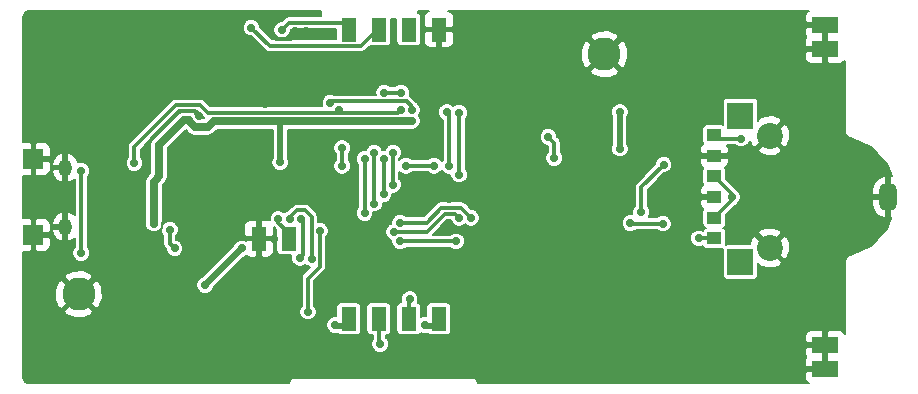
<source format=gtl>
G04 #@! TF.FileFunction,Copper,L1,Top,Signal*
%FSLAX46Y46*%
G04 Gerber Fmt 4.6, Leading zero omitted, Abs format (unit mm)*
G04 Created by KiCad (PCBNEW 4.0.4-stable) date 11/24/16 22:43:10*
%MOMM*%
%LPD*%
G01*
G04 APERTURE LIST*
%ADD10C,0.100000*%
%ADD11O,1.150000X1.400000*%
%ADD12R,1.700000X1.700000*%
%ADD13R,1.200000X1.000000*%
%ADD14R,2.200000X2.200000*%
%ADD15C,2.200000*%
%ADD16O,1.500000X2.500000*%
%ADD17R,2.200000X1.350000*%
%ADD18C,2.800000*%
%ADD19R,1.300000X2.000000*%
%ADD20C,0.700000*%
%ADD21C,0.500000*%
%ADD22C,0.300000*%
%ADD23C,0.200000*%
%ADD24C,0.700000*%
%ADD25C,0.190000*%
G04 APERTURE END LIST*
D10*
D11*
X104050000Y-86250000D03*
X104050000Y-81250000D03*
D12*
X101350000Y-86950000D03*
X101350000Y-80550000D03*
D13*
X159000000Y-83750000D03*
X159000000Y-85500000D03*
X159000000Y-87250000D03*
X159000000Y-82000000D03*
X159000000Y-80250000D03*
X159000000Y-78500000D03*
D14*
X161200000Y-76850000D03*
X161200000Y-89250000D03*
D15*
X163700000Y-88050000D03*
X163700000Y-78550000D03*
D16*
X173700000Y-83750000D03*
D17*
X168400000Y-98325000D03*
X168400000Y-96275000D03*
X168400000Y-71225000D03*
X168400000Y-69175000D03*
D18*
X149700000Y-71650000D03*
X105200000Y-91970000D03*
D19*
X135680000Y-94060000D03*
X133140000Y-94060000D03*
X130600000Y-94060000D03*
X128060000Y-94060000D03*
X135680000Y-69560000D03*
X133140000Y-69560000D03*
X130600000Y-69560000D03*
X128060000Y-69560000D03*
X122980000Y-87260000D03*
X120440000Y-87260000D03*
D20*
X151000000Y-79650000D03*
X151000000Y-76550000D03*
X141500000Y-74800000D03*
X107000000Y-88700000D03*
X165900000Y-75000000D03*
X165900000Y-70400000D03*
X166400000Y-94500000D03*
X166400000Y-99200000D03*
X113250000Y-74050000D03*
X121700000Y-68500000D03*
X123500000Y-69700000D03*
X144900000Y-75000000D03*
X143550000Y-75000000D03*
X136500000Y-85900000D03*
X121000000Y-75850000D03*
X110700000Y-89700000D03*
X142550000Y-88350000D03*
X151750000Y-82450000D03*
X153500000Y-77900000D03*
X106650000Y-74450000D03*
X124500000Y-73200000D03*
X122500000Y-73200000D03*
X126000000Y-71700000D03*
X128000000Y-71700000D03*
X130500000Y-71700000D03*
X132950000Y-71700000D03*
X124400000Y-69700000D03*
X117700000Y-69500000D03*
X108100000Y-81600000D03*
X115400000Y-76900000D03*
X143400000Y-73400000D03*
X154500000Y-74050000D03*
X154700000Y-70000000D03*
X154700000Y-68700000D03*
X151050000Y-68500000D03*
X134250000Y-71700000D03*
X145500000Y-69700000D03*
X144500000Y-69700000D03*
X143200000Y-69700000D03*
X142200000Y-69700000D03*
X140600000Y-72300000D03*
X140600000Y-70600000D03*
X139700000Y-69300000D03*
X139700000Y-68400000D03*
X120200000Y-97900000D03*
X123600000Y-93500000D03*
X121700000Y-87300000D03*
X114300000Y-85200000D03*
X118500000Y-85200000D03*
X114300000Y-81000000D03*
X116400000Y-83100000D03*
X118500000Y-81000000D03*
X110300000Y-76600000D03*
X142900000Y-82350000D03*
X119900000Y-73150000D03*
X120400000Y-79300000D03*
X136500000Y-83900000D03*
X136500000Y-82300000D03*
X111900000Y-89700000D03*
X107100000Y-83900000D03*
X145450000Y-80450000D03*
X144950000Y-78650000D03*
X132500000Y-76350000D03*
X127250000Y-76400000D03*
X109900000Y-80900000D03*
X137150000Y-87500000D03*
X132400000Y-87500000D03*
X133400000Y-77300000D03*
X115900000Y-91200000D03*
X122250000Y-80800000D03*
X119000000Y-88100000D03*
X111550000Y-86000000D03*
X111700000Y-82300000D03*
X114500000Y-77200000D03*
X112000000Y-79300000D03*
X134500000Y-94600000D03*
X126900000Y-94600000D03*
X119800000Y-69400000D03*
X124600000Y-93450000D03*
X125600000Y-86600000D03*
X131050000Y-74900000D03*
X132500000Y-74900000D03*
X131800000Y-80000000D03*
X131800000Y-82700000D03*
X105400000Y-88500000D03*
X105400000Y-81500000D03*
X130700000Y-96200000D03*
X136550000Y-81100000D03*
X136350000Y-76550000D03*
X135300000Y-81100000D03*
X132900000Y-81100000D03*
X129400000Y-80500000D03*
X129400000Y-85100000D03*
X130200000Y-80000000D03*
X130200000Y-84300000D03*
X131000000Y-80500000D03*
X131000000Y-83500000D03*
X138400000Y-85500000D03*
X132400000Y-85900000D03*
X133200000Y-92400000D03*
X122400000Y-69600000D03*
X122100000Y-85600000D03*
X160500000Y-83750000D03*
X124900000Y-88950000D03*
X154700000Y-81000000D03*
X123100000Y-85600000D03*
X152800000Y-85050000D03*
X151900000Y-85950000D03*
X154650000Y-86000000D03*
X113300000Y-88100000D03*
X112900000Y-86500000D03*
X124000000Y-85600000D03*
X123900000Y-88900000D03*
X157700000Y-87250000D03*
X161300000Y-78800000D03*
X137400000Y-81850000D03*
X137400000Y-76600000D03*
X131900000Y-86700000D03*
X137400000Y-85500000D03*
X133400000Y-76350000D03*
X126500000Y-75750000D03*
X127500000Y-79600000D03*
X127500000Y-81100000D03*
D21*
X151000000Y-79650000D02*
X151000000Y-76550000D01*
D22*
X121700000Y-68500000D02*
X121400000Y-68800000D01*
X123500000Y-70000000D02*
X123500000Y-69700000D01*
X123150000Y-70350000D02*
X123500000Y-70000000D01*
X121850000Y-70350000D02*
X123150000Y-70350000D01*
X121400000Y-69900000D02*
X121850000Y-70350000D01*
X121400000Y-68800000D02*
X121400000Y-69900000D01*
D23*
X114300000Y-85200000D02*
X113000000Y-85200000D01*
X110700000Y-87950000D02*
X110700000Y-89700000D01*
X112250000Y-86400000D02*
X110700000Y-87950000D01*
X112250000Y-85950000D02*
X112250000Y-86400000D01*
X113000000Y-85200000D02*
X112250000Y-85950000D01*
D22*
X115400000Y-76900000D02*
X115000000Y-76500000D01*
X108700000Y-82200000D02*
X108100000Y-81600000D01*
X110200000Y-82200000D02*
X108700000Y-82200000D01*
X110900000Y-81500000D02*
X110200000Y-82200000D01*
X110900000Y-79300000D02*
X110900000Y-81500000D01*
X113700000Y-76500000D02*
X110900000Y-79300000D01*
X115000000Y-76500000D02*
X113700000Y-76500000D01*
X121700000Y-87300000D02*
X120490000Y-87300000D01*
X116400000Y-83100000D02*
X114300000Y-85200000D01*
X116400000Y-83100000D02*
X118500000Y-85200000D01*
X116400000Y-83100000D02*
X114300000Y-81000000D01*
X116400000Y-83100000D02*
X118500000Y-81000000D01*
X145450000Y-79150000D02*
X144950000Y-78650000D01*
X145450000Y-80450000D02*
X145450000Y-79150000D01*
X132250000Y-76600000D02*
X132500000Y-76350000D01*
X127250000Y-76600000D02*
X132250000Y-76600000D01*
X127250000Y-76400000D02*
X127250000Y-76600000D01*
X127250000Y-76600000D02*
X116100000Y-76600000D01*
X115450000Y-75950000D02*
X113450000Y-75950000D01*
X113450000Y-75950000D02*
X109900000Y-79500000D01*
X109900000Y-79500000D02*
X109900000Y-80900000D01*
X116100000Y-76600000D02*
X115450000Y-75950000D01*
X137150000Y-87500000D02*
X132400000Y-87500000D01*
D24*
X122250000Y-77300000D02*
X133400000Y-77300000D01*
D21*
X119000000Y-88100000D02*
X115900000Y-91200000D01*
X122250000Y-77300000D02*
X122250000Y-80800000D01*
D24*
X114500000Y-77200000D02*
X114500000Y-77300000D01*
X116600000Y-77300000D02*
X122250000Y-77300000D01*
X116100000Y-77800000D02*
X116600000Y-77300000D01*
X115000000Y-77800000D02*
X116100000Y-77800000D01*
X114500000Y-77300000D02*
X115000000Y-77800000D01*
X114500000Y-77200000D02*
X114100000Y-77200000D01*
X114100000Y-77200000D02*
X112000000Y-79300000D01*
D21*
X111700000Y-82300000D02*
X111550000Y-82450000D01*
D24*
X111550000Y-82450000D02*
X111550000Y-86000000D01*
X112000000Y-79300000D02*
X112000000Y-82000000D01*
X112000000Y-82000000D02*
X111700000Y-82300000D01*
D21*
X134530000Y-94630000D02*
X135730000Y-94630000D01*
X134500000Y-94600000D02*
X134530000Y-94630000D01*
X126930000Y-94630000D02*
X128110000Y-94630000D01*
X126900000Y-94600000D02*
X126930000Y-94630000D01*
D22*
X119800000Y-69400000D02*
X121350000Y-70950000D01*
X129090000Y-70950000D02*
X131050000Y-68990000D01*
X121350000Y-70950000D02*
X129090000Y-70950000D01*
X131050000Y-68990000D02*
X130710000Y-68990000D01*
X125600000Y-89650000D02*
X125600000Y-86600000D01*
X124600000Y-90650000D02*
X125600000Y-89650000D01*
X124600000Y-93450000D02*
X124600000Y-90650000D01*
X131050000Y-74900000D02*
X132500000Y-74900000D01*
X131800000Y-80000000D02*
X131800000Y-82700000D01*
X105400000Y-86600000D02*
X105400000Y-88500000D01*
X105400000Y-81500000D02*
X105400000Y-86600000D01*
X130650000Y-96150000D02*
X130650000Y-94630000D01*
X130700000Y-96200000D02*
X130650000Y-96150000D01*
X136550000Y-76750000D02*
X136350000Y-76550000D01*
X136550000Y-76750000D02*
X136550000Y-81100000D01*
X132900000Y-81100000D02*
X135300000Y-81100000D01*
X129400000Y-80500000D02*
X129400000Y-85100000D01*
X130200000Y-80000000D02*
X130200000Y-84300000D01*
X131000000Y-80500000D02*
X131000000Y-83500000D01*
X135900000Y-84650000D02*
X134650000Y-85900000D01*
X137550000Y-84650000D02*
X135900000Y-84650000D01*
X138400000Y-85500000D02*
X137550000Y-84650000D01*
X132400000Y-85900000D02*
X134650000Y-85900000D01*
X133190000Y-92410000D02*
X133190000Y-94630000D01*
X133200000Y-92400000D02*
X133190000Y-92410000D01*
X128060000Y-68990000D02*
X123010000Y-68990000D01*
X123010000Y-68990000D02*
X122400000Y-69600000D01*
X128060000Y-68990000D02*
X128060000Y-69740000D01*
X122100000Y-85600000D02*
X122100000Y-85900000D01*
X122100000Y-85900000D02*
X123030000Y-86830000D01*
X123030000Y-86830000D02*
X123030000Y-87300000D01*
X123030000Y-86530000D02*
X123030000Y-87300000D01*
X159000000Y-85500000D02*
X160500000Y-84000000D01*
X160500000Y-84000000D02*
X160500000Y-83750000D01*
X160500000Y-83500000D02*
X159000000Y-82000000D01*
X160500000Y-83750000D02*
X160500000Y-83500000D01*
X124900000Y-87350000D02*
X124900000Y-88950000D01*
X152800000Y-82900000D02*
X152800000Y-85050000D01*
X154700000Y-81000000D02*
X152800000Y-82900000D01*
X123100000Y-85600000D02*
X123100000Y-85450000D01*
X123700000Y-84850000D02*
X124350000Y-84850000D01*
X123100000Y-85450000D02*
X123700000Y-84850000D01*
X124900000Y-85400000D02*
X124900000Y-87350000D01*
X124350000Y-84850000D02*
X124900000Y-85400000D01*
X151900000Y-85950000D02*
X151950000Y-86000000D01*
X151950000Y-86000000D02*
X154650000Y-86000000D01*
X112900000Y-87700000D02*
X113300000Y-88100000D01*
X112900000Y-86500000D02*
X112900000Y-87700000D01*
X124150000Y-86600000D02*
X124150000Y-88650000D01*
X124000000Y-85600000D02*
X124150000Y-85750000D01*
X124150000Y-85750000D02*
X124150000Y-86600000D01*
X124150000Y-88650000D02*
X123900000Y-88900000D01*
X157700000Y-87250000D02*
X159000000Y-87250000D01*
X161300000Y-78800000D02*
X159300000Y-78800000D01*
X159300000Y-78800000D02*
X159000000Y-78500000D01*
X137400000Y-76600000D02*
X137400000Y-81850000D01*
X131900000Y-86700000D02*
X134650000Y-86700000D01*
X136169998Y-85180002D02*
X137080002Y-85180002D01*
X134650000Y-86700000D02*
X136169998Y-85180002D01*
X137080002Y-85180002D02*
X137400000Y-85500000D01*
X132950000Y-75650000D02*
X133400000Y-76100000D01*
X133400000Y-76100000D02*
X133400000Y-76350000D01*
X126600000Y-75650000D02*
X132950000Y-75650000D01*
X126500000Y-75750000D02*
X126600000Y-75650000D01*
X127500000Y-81100000D02*
X127500000Y-79600000D01*
D25*
G36*
X125705000Y-68445000D02*
X123010000Y-68445000D01*
X122801437Y-68486486D01*
X122624627Y-68604627D01*
X122374277Y-68854977D01*
X122252461Y-68854871D01*
X121978543Y-68968052D01*
X121768788Y-69177441D01*
X121655130Y-69451160D01*
X121654871Y-69747539D01*
X121768052Y-70021457D01*
X121977441Y-70231212D01*
X122251160Y-70344870D01*
X122547539Y-70345129D01*
X122821457Y-70231948D01*
X123031212Y-70022559D01*
X123144870Y-69748840D01*
X123144978Y-69625768D01*
X123235746Y-69535000D01*
X127007262Y-69535000D01*
X127007262Y-70405000D01*
X121575746Y-70405000D01*
X120545023Y-69374277D01*
X120545129Y-69252461D01*
X120431948Y-68978543D01*
X120222559Y-68768788D01*
X119948840Y-68655130D01*
X119652461Y-68654871D01*
X119378543Y-68768052D01*
X119168788Y-68977441D01*
X119055130Y-69251160D01*
X119054871Y-69547539D01*
X119168052Y-69821457D01*
X119377441Y-70031212D01*
X119651160Y-70144870D01*
X119774232Y-70144978D01*
X120964627Y-71335373D01*
X121141437Y-71453514D01*
X121350000Y-71495000D01*
X129090000Y-71495000D01*
X129298563Y-71453514D01*
X129475373Y-71335373D01*
X129481444Y-71329302D01*
X147683096Y-71329302D01*
X147713898Y-72125550D01*
X147959349Y-72718122D01*
X148254818Y-72870322D01*
X149475140Y-71650000D01*
X149924860Y-71650000D01*
X151145182Y-72870322D01*
X151440651Y-72718122D01*
X151716904Y-71970698D01*
X151700040Y-71534750D01*
X166697000Y-71534750D01*
X166697000Y-72019944D01*
X166788801Y-72241572D01*
X166958428Y-72411199D01*
X167180056Y-72503000D01*
X168090250Y-72503000D01*
X168241000Y-72352250D01*
X168241000Y-71384000D01*
X166847750Y-71384000D01*
X166697000Y-71534750D01*
X151700040Y-71534750D01*
X151686102Y-71174450D01*
X151440651Y-70581878D01*
X151145182Y-70429678D01*
X149924860Y-71650000D01*
X149475140Y-71650000D01*
X148254818Y-70429678D01*
X147959349Y-70581878D01*
X147683096Y-71329302D01*
X129481444Y-71329302D01*
X129865184Y-70945562D01*
X129950000Y-70962738D01*
X131250000Y-70962738D01*
X131396378Y-70935195D01*
X131530817Y-70848686D01*
X131621008Y-70716688D01*
X131652738Y-70560000D01*
X131652738Y-68645000D01*
X132087262Y-68645000D01*
X132087262Y-70560000D01*
X132114805Y-70706378D01*
X132201314Y-70840817D01*
X132333312Y-70931008D01*
X132490000Y-70962738D01*
X133790000Y-70962738D01*
X133936378Y-70935195D01*
X134070817Y-70848686D01*
X134161008Y-70716688D01*
X134192738Y-70560000D01*
X134192738Y-69869750D01*
X134427000Y-69869750D01*
X134427000Y-70679944D01*
X134518801Y-70901572D01*
X134688428Y-71071199D01*
X134910056Y-71163000D01*
X135370250Y-71163000D01*
X135521000Y-71012250D01*
X135521000Y-69719000D01*
X135839000Y-69719000D01*
X135839000Y-71012250D01*
X135989750Y-71163000D01*
X136449944Y-71163000D01*
X136671572Y-71071199D01*
X136841199Y-70901572D01*
X136933000Y-70679944D01*
X136933000Y-70204818D01*
X148479678Y-70204818D01*
X149700000Y-71425140D01*
X150920322Y-70204818D01*
X150768122Y-69909349D01*
X150020698Y-69633096D01*
X149224450Y-69663898D01*
X148631878Y-69909349D01*
X148479678Y-70204818D01*
X136933000Y-70204818D01*
X136933000Y-69869750D01*
X136782250Y-69719000D01*
X135839000Y-69719000D01*
X135521000Y-69719000D01*
X134577750Y-69719000D01*
X134427000Y-69869750D01*
X134192738Y-69869750D01*
X134192738Y-69484750D01*
X166697000Y-69484750D01*
X166697000Y-69969944D01*
X166788801Y-70191572D01*
X166797229Y-70200000D01*
X166788801Y-70208428D01*
X166697000Y-70430056D01*
X166697000Y-70915250D01*
X166847750Y-71066000D01*
X168241000Y-71066000D01*
X168241000Y-69334000D01*
X166847750Y-69334000D01*
X166697000Y-69484750D01*
X134192738Y-69484750D01*
X134192738Y-68560000D01*
X134165195Y-68413622D01*
X134078686Y-68279183D01*
X133946688Y-68188992D01*
X133895000Y-68178525D01*
X133895000Y-67970000D01*
X134878671Y-67970000D01*
X134688428Y-68048801D01*
X134518801Y-68218428D01*
X134427000Y-68440056D01*
X134427000Y-69250250D01*
X134577750Y-69401000D01*
X135521000Y-69401000D01*
X135521000Y-69381000D01*
X135839000Y-69381000D01*
X135839000Y-69401000D01*
X136782250Y-69401000D01*
X136933000Y-69250250D01*
X136933000Y-68440056D01*
X136841199Y-68218428D01*
X136671572Y-68048801D01*
X136481329Y-67970000D01*
X167003818Y-67970000D01*
X166958428Y-67988801D01*
X166788801Y-68158428D01*
X166697000Y-68380056D01*
X166697000Y-68865250D01*
X166847750Y-69016000D01*
X168241000Y-69016000D01*
X168241000Y-68996000D01*
X168559000Y-68996000D01*
X168559000Y-69016000D01*
X168579000Y-69016000D01*
X168579000Y-69334000D01*
X168559000Y-69334000D01*
X168559000Y-71066000D01*
X168579000Y-71066000D01*
X168579000Y-71384000D01*
X168559000Y-71384000D01*
X168559000Y-72352250D01*
X168709750Y-72503000D01*
X169619944Y-72503000D01*
X169841572Y-72411199D01*
X170011199Y-72241572D01*
X170030000Y-72196182D01*
X170030000Y-78200000D01*
X170046668Y-78283795D01*
X170061058Y-78368017D01*
X170064512Y-78373503D01*
X170065777Y-78379861D01*
X170113245Y-78450903D01*
X170158768Y-78523203D01*
X170164058Y-78526949D01*
X170167660Y-78532340D01*
X170238699Y-78579806D01*
X170308427Y-78629185D01*
X172232665Y-79488096D01*
X173617450Y-80950125D01*
X174010799Y-81977742D01*
X173859000Y-82058310D01*
X173859000Y-83591000D01*
X173879000Y-83591000D01*
X173879000Y-83909000D01*
X173859000Y-83909000D01*
X173859000Y-85441690D01*
X173978985Y-85505372D01*
X173617450Y-86449875D01*
X172232665Y-87911904D01*
X170308427Y-88770815D01*
X170238699Y-88820194D01*
X170167660Y-88867660D01*
X170164058Y-88873051D01*
X170158768Y-88876797D01*
X170113245Y-88949097D01*
X170065777Y-89020139D01*
X170064512Y-89026497D01*
X170061058Y-89031983D01*
X170046668Y-89116205D01*
X170030000Y-89200000D01*
X170030000Y-95303818D01*
X170011199Y-95258428D01*
X169841572Y-95088801D01*
X169619944Y-94997000D01*
X168709750Y-94997000D01*
X168559000Y-95147750D01*
X168559000Y-96116000D01*
X168579000Y-96116000D01*
X168579000Y-96434000D01*
X168559000Y-96434000D01*
X168559000Y-98166000D01*
X168579000Y-98166000D01*
X168579000Y-98484000D01*
X168559000Y-98484000D01*
X168559000Y-98504000D01*
X168241000Y-98504000D01*
X168241000Y-98484000D01*
X166847750Y-98484000D01*
X166697000Y-98634750D01*
X166697000Y-99119944D01*
X166788801Y-99341572D01*
X166958428Y-99511199D01*
X167003818Y-99530000D01*
X138970000Y-99530000D01*
X138970000Y-99500000D01*
X138934223Y-99320139D01*
X138832340Y-99167660D01*
X138679861Y-99065777D01*
X138500000Y-99030000D01*
X123500000Y-99030000D01*
X123320139Y-99065777D01*
X123167660Y-99167660D01*
X123065777Y-99320139D01*
X123030000Y-99500000D01*
X123030000Y-99530000D01*
X101046290Y-99530000D01*
X100800703Y-99481150D01*
X100631744Y-99368256D01*
X100518850Y-99199297D01*
X100470000Y-98953710D01*
X100470000Y-94747539D01*
X126154871Y-94747539D01*
X126268052Y-95021457D01*
X126477441Y-95231212D01*
X126751160Y-95344870D01*
X127047539Y-95345129D01*
X127108010Y-95320143D01*
X127121314Y-95340817D01*
X127253312Y-95431008D01*
X127410000Y-95462738D01*
X128710000Y-95462738D01*
X128856378Y-95435195D01*
X128990817Y-95348686D01*
X129081008Y-95216688D01*
X129112738Y-95060000D01*
X129112738Y-93060000D01*
X129547262Y-93060000D01*
X129547262Y-95060000D01*
X129574805Y-95206378D01*
X129661314Y-95340817D01*
X129793312Y-95431008D01*
X129950000Y-95462738D01*
X130105000Y-95462738D01*
X130105000Y-95741292D01*
X130068788Y-95777441D01*
X129955130Y-96051160D01*
X129954871Y-96347539D01*
X130068052Y-96621457D01*
X130277441Y-96831212D01*
X130551160Y-96944870D01*
X130847539Y-96945129D01*
X131121457Y-96831948D01*
X131331212Y-96622559D01*
X131346911Y-96584750D01*
X166697000Y-96584750D01*
X166697000Y-97069944D01*
X166788801Y-97291572D01*
X166797229Y-97300000D01*
X166788801Y-97308428D01*
X166697000Y-97530056D01*
X166697000Y-98015250D01*
X166847750Y-98166000D01*
X168241000Y-98166000D01*
X168241000Y-96434000D01*
X166847750Y-96434000D01*
X166697000Y-96584750D01*
X131346911Y-96584750D01*
X131444870Y-96348840D01*
X131445129Y-96052461D01*
X131331948Y-95778543D01*
X131195000Y-95641356D01*
X131195000Y-95480056D01*
X166697000Y-95480056D01*
X166697000Y-95965250D01*
X166847750Y-96116000D01*
X168241000Y-96116000D01*
X168241000Y-95147750D01*
X168090250Y-94997000D01*
X167180056Y-94997000D01*
X166958428Y-95088801D01*
X166788801Y-95258428D01*
X166697000Y-95480056D01*
X131195000Y-95480056D01*
X131195000Y-95462738D01*
X131250000Y-95462738D01*
X131396378Y-95435195D01*
X131530817Y-95348686D01*
X131621008Y-95216688D01*
X131652738Y-95060000D01*
X131652738Y-93060000D01*
X132087262Y-93060000D01*
X132087262Y-95060000D01*
X132114805Y-95206378D01*
X132201314Y-95340817D01*
X132333312Y-95431008D01*
X132490000Y-95462738D01*
X133790000Y-95462738D01*
X133936378Y-95435195D01*
X134070817Y-95348686D01*
X134134808Y-95255033D01*
X134351160Y-95344870D01*
X134647539Y-95345129D01*
X134723810Y-95313614D01*
X134741314Y-95340817D01*
X134873312Y-95431008D01*
X135030000Y-95462738D01*
X136330000Y-95462738D01*
X136476378Y-95435195D01*
X136610817Y-95348686D01*
X136701008Y-95216688D01*
X136732738Y-95060000D01*
X136732738Y-93060000D01*
X136705195Y-92913622D01*
X136618686Y-92779183D01*
X136486688Y-92688992D01*
X136330000Y-92657262D01*
X135030000Y-92657262D01*
X134883622Y-92684805D01*
X134749183Y-92771314D01*
X134658992Y-92903312D01*
X134627262Y-93060000D01*
X134627262Y-93855111D01*
X134352461Y-93854871D01*
X134192738Y-93920867D01*
X134192738Y-93060000D01*
X134165195Y-92913622D01*
X134078686Y-92779183D01*
X133946688Y-92688992D01*
X133891329Y-92677782D01*
X133944870Y-92548840D01*
X133945129Y-92252461D01*
X133831948Y-91978543D01*
X133622559Y-91768788D01*
X133348840Y-91655130D01*
X133052461Y-91654871D01*
X132778543Y-91768052D01*
X132568788Y-91977441D01*
X132455130Y-92251160D01*
X132454871Y-92547539D01*
X132500208Y-92657262D01*
X132490000Y-92657262D01*
X132343622Y-92684805D01*
X132209183Y-92771314D01*
X132118992Y-92903312D01*
X132087262Y-93060000D01*
X131652738Y-93060000D01*
X131625195Y-92913622D01*
X131538686Y-92779183D01*
X131406688Y-92688992D01*
X131250000Y-92657262D01*
X129950000Y-92657262D01*
X129803622Y-92684805D01*
X129669183Y-92771314D01*
X129578992Y-92903312D01*
X129547262Y-93060000D01*
X129112738Y-93060000D01*
X129085195Y-92913622D01*
X128998686Y-92779183D01*
X128866688Y-92688992D01*
X128710000Y-92657262D01*
X127410000Y-92657262D01*
X127263622Y-92684805D01*
X127129183Y-92771314D01*
X127038992Y-92903312D01*
X127007262Y-93060000D01*
X127007262Y-93855094D01*
X126752461Y-93854871D01*
X126478543Y-93968052D01*
X126268788Y-94177441D01*
X126155130Y-94451160D01*
X126154871Y-94747539D01*
X100470000Y-94747539D01*
X100470000Y-93415182D01*
X103979678Y-93415182D01*
X104131878Y-93710651D01*
X104879302Y-93986904D01*
X105675550Y-93956102D01*
X106268122Y-93710651D01*
X106420322Y-93415182D01*
X105200000Y-92194860D01*
X103979678Y-93415182D01*
X100470000Y-93415182D01*
X100470000Y-91649302D01*
X103183096Y-91649302D01*
X103213898Y-92445550D01*
X103459349Y-93038122D01*
X103754818Y-93190322D01*
X104975140Y-91970000D01*
X105424860Y-91970000D01*
X106645182Y-93190322D01*
X106940651Y-93038122D01*
X107216904Y-92290698D01*
X107186102Y-91494450D01*
X107125250Y-91347539D01*
X115154871Y-91347539D01*
X115268052Y-91621457D01*
X115477441Y-91831212D01*
X115751160Y-91944870D01*
X116047539Y-91945129D01*
X116321457Y-91831948D01*
X116531212Y-91622559D01*
X116631763Y-91380405D01*
X119180770Y-88831398D01*
X119412767Y-88735538D01*
X119448428Y-88771199D01*
X119670056Y-88863000D01*
X120130250Y-88863000D01*
X120281000Y-88712250D01*
X120281000Y-87419000D01*
X120599000Y-87419000D01*
X120599000Y-88712250D01*
X120749750Y-88863000D01*
X121209944Y-88863000D01*
X121431572Y-88771199D01*
X121601199Y-88601572D01*
X121693000Y-88379944D01*
X121693000Y-87569750D01*
X121542250Y-87419000D01*
X120599000Y-87419000D01*
X120281000Y-87419000D01*
X119337750Y-87419000D01*
X119327453Y-87429297D01*
X119148840Y-87355130D01*
X118852461Y-87354871D01*
X118578543Y-87468052D01*
X118368788Y-87677441D01*
X118268237Y-87919595D01*
X115719230Y-90468602D01*
X115478543Y-90568052D01*
X115268788Y-90777441D01*
X115155130Y-91051160D01*
X115154871Y-91347539D01*
X107125250Y-91347539D01*
X106940651Y-90901878D01*
X106645182Y-90749678D01*
X105424860Y-91970000D01*
X104975140Y-91970000D01*
X103754818Y-90749678D01*
X103459349Y-90901878D01*
X103183096Y-91649302D01*
X100470000Y-91649302D01*
X100470000Y-90524818D01*
X103979678Y-90524818D01*
X105200000Y-91745140D01*
X106420322Y-90524818D01*
X106268122Y-90229349D01*
X105520698Y-89953096D01*
X104724450Y-89983898D01*
X104131878Y-90229349D01*
X103979678Y-90524818D01*
X100470000Y-90524818D01*
X100470000Y-88403000D01*
X101040250Y-88403000D01*
X101191000Y-88252250D01*
X101191000Y-87109000D01*
X101509000Y-87109000D01*
X101509000Y-88252250D01*
X101659750Y-88403000D01*
X102319944Y-88403000D01*
X102541572Y-88311199D01*
X102711199Y-88141572D01*
X102803000Y-87919944D01*
X102803000Y-87259750D01*
X102652250Y-87109000D01*
X101509000Y-87109000D01*
X101191000Y-87109000D01*
X101171000Y-87109000D01*
X101171000Y-86791000D01*
X101191000Y-86791000D01*
X101191000Y-85647750D01*
X101509000Y-85647750D01*
X101509000Y-86791000D01*
X102652250Y-86791000D01*
X102803000Y-86640250D01*
X102803000Y-86592502D01*
X102894088Y-86592502D01*
X103065311Y-87018294D01*
X103386444Y-87346150D01*
X103710364Y-87502977D01*
X103891000Y-87389870D01*
X103891000Y-86409000D01*
X103025044Y-86409000D01*
X102894088Y-86592502D01*
X102803000Y-86592502D01*
X102803000Y-85980056D01*
X102772946Y-85907498D01*
X102894088Y-85907498D01*
X103025044Y-86091000D01*
X103891000Y-86091000D01*
X103891000Y-85110130D01*
X103710364Y-84997023D01*
X103386444Y-85153850D01*
X103065311Y-85481706D01*
X102894088Y-85907498D01*
X102772946Y-85907498D01*
X102711199Y-85758428D01*
X102541572Y-85588801D01*
X102319944Y-85497000D01*
X101659750Y-85497000D01*
X101509000Y-85647750D01*
X101191000Y-85647750D01*
X101040250Y-85497000D01*
X100470000Y-85497000D01*
X100470000Y-82003000D01*
X101040250Y-82003000D01*
X101191000Y-81852250D01*
X101191000Y-80709000D01*
X101509000Y-80709000D01*
X101509000Y-81852250D01*
X101659750Y-82003000D01*
X102319944Y-82003000D01*
X102541572Y-81911199D01*
X102711199Y-81741572D01*
X102772945Y-81592502D01*
X102894088Y-81592502D01*
X103065311Y-82018294D01*
X103386444Y-82346150D01*
X103710364Y-82502977D01*
X103891000Y-82389870D01*
X103891000Y-81409000D01*
X103025044Y-81409000D01*
X102894088Y-81592502D01*
X102772945Y-81592502D01*
X102803000Y-81519944D01*
X102803000Y-80907498D01*
X102894088Y-80907498D01*
X103025044Y-81091000D01*
X103891000Y-81091000D01*
X103891000Y-80110130D01*
X104209000Y-80110130D01*
X104209000Y-81091000D01*
X104229000Y-81091000D01*
X104229000Y-81409000D01*
X104209000Y-81409000D01*
X104209000Y-82389870D01*
X104389636Y-82502977D01*
X104713556Y-82346150D01*
X104855000Y-82201745D01*
X104855000Y-85298255D01*
X104713556Y-85153850D01*
X104389636Y-84997023D01*
X104209000Y-85110130D01*
X104209000Y-86091000D01*
X104229000Y-86091000D01*
X104229000Y-86409000D01*
X104209000Y-86409000D01*
X104209000Y-87389870D01*
X104389636Y-87502977D01*
X104713556Y-87346150D01*
X104855000Y-87201745D01*
X104855000Y-87991379D01*
X104768788Y-88077441D01*
X104655130Y-88351160D01*
X104654871Y-88647539D01*
X104768052Y-88921457D01*
X104977441Y-89131212D01*
X105251160Y-89244870D01*
X105547539Y-89245129D01*
X105821457Y-89131948D01*
X106031212Y-88922559D01*
X106144870Y-88648840D01*
X106145129Y-88352461D01*
X106031948Y-88078543D01*
X105945000Y-87991443D01*
X105945000Y-82008621D01*
X106031212Y-81922559D01*
X106144870Y-81648840D01*
X106145129Y-81352461D01*
X106031948Y-81078543D01*
X106000999Y-81047539D01*
X109154871Y-81047539D01*
X109268052Y-81321457D01*
X109477441Y-81531212D01*
X109751160Y-81644870D01*
X110047539Y-81645129D01*
X110321457Y-81531948D01*
X110531212Y-81322559D01*
X110644870Y-81048840D01*
X110645129Y-80752461D01*
X110531948Y-80478543D01*
X110445000Y-80391443D01*
X110445000Y-79725746D01*
X113675746Y-76495000D01*
X113898907Y-76495000D01*
X113814901Y-76511710D01*
X113573205Y-76673205D01*
X113573203Y-76673208D01*
X111473205Y-78773205D01*
X111473203Y-78773209D01*
X111368788Y-78877441D01*
X111255130Y-79151160D01*
X111255000Y-79299995D01*
X111254999Y-79300000D01*
X111255000Y-79300005D01*
X111254871Y-79447539D01*
X111255000Y-79447851D01*
X111255000Y-81691410D01*
X111173205Y-81773205D01*
X111173203Y-81773209D01*
X111068788Y-81877441D01*
X111059992Y-81898625D01*
X111023205Y-81923205D01*
X110861710Y-82164901D01*
X110805000Y-82450000D01*
X110805000Y-85999922D01*
X110804871Y-86147539D01*
X110918052Y-86421457D01*
X111023203Y-86526791D01*
X111023205Y-86526795D01*
X111023209Y-86526797D01*
X111127441Y-86631212D01*
X111401160Y-86744870D01*
X111697539Y-86745129D01*
X111971457Y-86631948D01*
X112076791Y-86526797D01*
X112076795Y-86526795D01*
X112076797Y-86526791D01*
X112155045Y-86448681D01*
X112154871Y-86647539D01*
X112268052Y-86921457D01*
X112355000Y-87008557D01*
X112355000Y-87700000D01*
X112396486Y-87908563D01*
X112514627Y-88085373D01*
X112554977Y-88125723D01*
X112554871Y-88247539D01*
X112668052Y-88521457D01*
X112877441Y-88731212D01*
X113151160Y-88844870D01*
X113447539Y-88845129D01*
X113721457Y-88731948D01*
X113931212Y-88522559D01*
X114044870Y-88248840D01*
X114045129Y-87952461D01*
X113931948Y-87678543D01*
X113722559Y-87468788D01*
X113448840Y-87355130D01*
X113445000Y-87355127D01*
X113445000Y-87008621D01*
X113531212Y-86922559D01*
X113644870Y-86648840D01*
X113645129Y-86352461D01*
X113557365Y-86140056D01*
X119187000Y-86140056D01*
X119187000Y-86950250D01*
X119337750Y-87101000D01*
X120281000Y-87101000D01*
X120281000Y-85807750D01*
X120599000Y-85807750D01*
X120599000Y-87101000D01*
X121542250Y-87101000D01*
X121693000Y-86950250D01*
X121693000Y-86253006D01*
X121714627Y-86285373D01*
X121927262Y-86498008D01*
X121927262Y-88260000D01*
X121954805Y-88406378D01*
X122041314Y-88540817D01*
X122173312Y-88631008D01*
X122330000Y-88662738D01*
X123191846Y-88662738D01*
X123155130Y-88751160D01*
X123154871Y-89047539D01*
X123268052Y-89321457D01*
X123477441Y-89531212D01*
X123751160Y-89644870D01*
X124047539Y-89645129D01*
X124321457Y-89531948D01*
X124374953Y-89478545D01*
X124477441Y-89581212D01*
X124751160Y-89694870D01*
X124784354Y-89694899D01*
X124214627Y-90264627D01*
X124096486Y-90441437D01*
X124071301Y-90568052D01*
X124055000Y-90650000D01*
X124055000Y-92941379D01*
X123968788Y-93027441D01*
X123855130Y-93301160D01*
X123854871Y-93597539D01*
X123968052Y-93871457D01*
X124177441Y-94081212D01*
X124451160Y-94194870D01*
X124747539Y-94195129D01*
X125021457Y-94081948D01*
X125231212Y-93872559D01*
X125344870Y-93598840D01*
X125345129Y-93302461D01*
X125231948Y-93028543D01*
X125145000Y-92941443D01*
X125145000Y-90875746D01*
X125985374Y-90035373D01*
X126103514Y-89858562D01*
X126145000Y-89650000D01*
X126145000Y-87108621D01*
X126231212Y-87022559D01*
X126303886Y-86847539D01*
X131154871Y-86847539D01*
X131268052Y-87121457D01*
X131477441Y-87331212D01*
X131655083Y-87404975D01*
X131654871Y-87647539D01*
X131768052Y-87921457D01*
X131977441Y-88131212D01*
X132251160Y-88244870D01*
X132547539Y-88245129D01*
X132821457Y-88131948D01*
X132908557Y-88045000D01*
X136641379Y-88045000D01*
X136727441Y-88131212D01*
X137001160Y-88244870D01*
X137297539Y-88245129D01*
X137571457Y-88131948D01*
X137781212Y-87922559D01*
X137894870Y-87648840D01*
X137895089Y-87397539D01*
X156954871Y-87397539D01*
X157068052Y-87671457D01*
X157277441Y-87881212D01*
X157551160Y-87994870D01*
X157847539Y-87995129D01*
X158037770Y-87916527D01*
X158111314Y-88030817D01*
X158243312Y-88121008D01*
X158400000Y-88152738D01*
X159600000Y-88152738D01*
X159700538Y-88133820D01*
X159697262Y-88150000D01*
X159697262Y-90350000D01*
X159724805Y-90496378D01*
X159811314Y-90630817D01*
X159943312Y-90721008D01*
X160100000Y-90752738D01*
X162300000Y-90752738D01*
X162446378Y-90725195D01*
X162580817Y-90638686D01*
X162671008Y-90506688D01*
X162702738Y-90350000D01*
X162702738Y-89291385D01*
X162812312Y-89542304D01*
X163450963Y-89768412D01*
X164127527Y-89732908D01*
X164587688Y-89542304D01*
X164703117Y-89277977D01*
X163700000Y-88274860D01*
X163685858Y-88289003D01*
X163460998Y-88064143D01*
X163475140Y-88050000D01*
X163924860Y-88050000D01*
X164927977Y-89053117D01*
X165192304Y-88937688D01*
X165418412Y-88299037D01*
X165382908Y-87622473D01*
X165192304Y-87162312D01*
X164927977Y-87046883D01*
X163924860Y-88050000D01*
X163475140Y-88050000D01*
X162472023Y-87046883D01*
X162207696Y-87162312D01*
X162000600Y-87747262D01*
X160100000Y-87747262D01*
X159999462Y-87766180D01*
X160002738Y-87750000D01*
X160002738Y-86822023D01*
X162696883Y-86822023D01*
X163700000Y-87825140D01*
X164703117Y-86822023D01*
X164587688Y-86557696D01*
X163949037Y-86331588D01*
X163272473Y-86367092D01*
X162812312Y-86557696D01*
X162696883Y-86822023D01*
X160002738Y-86822023D01*
X160002738Y-86750000D01*
X159975195Y-86603622D01*
X159888686Y-86469183D01*
X159756688Y-86378992D01*
X159742003Y-86376018D01*
X159746378Y-86375195D01*
X159880817Y-86288686D01*
X159971008Y-86156688D01*
X160002738Y-86000000D01*
X160002738Y-85268008D01*
X160865802Y-84404944D01*
X160921457Y-84381948D01*
X161131212Y-84172559D01*
X161240651Y-83909000D01*
X172347000Y-83909000D01*
X172347000Y-84409000D01*
X172510838Y-84914668D01*
X172855715Y-85319146D01*
X173332768Y-85552210D01*
X173541000Y-85441690D01*
X173541000Y-83909000D01*
X172347000Y-83909000D01*
X161240651Y-83909000D01*
X161244870Y-83898840D01*
X161245129Y-83602461D01*
X161131948Y-83328543D01*
X160922559Y-83118788D01*
X160866083Y-83095337D01*
X160861746Y-83091000D01*
X172347000Y-83091000D01*
X172347000Y-83591000D01*
X173541000Y-83591000D01*
X173541000Y-82058310D01*
X173332768Y-81947790D01*
X172855715Y-82180854D01*
X172510838Y-82585332D01*
X172347000Y-83091000D01*
X160861746Y-83091000D01*
X160002738Y-82231992D01*
X160002738Y-81500000D01*
X159975195Y-81353622D01*
X159921162Y-81269653D01*
X159941572Y-81261199D01*
X160111199Y-81091572D01*
X160203000Y-80869944D01*
X160203000Y-80559750D01*
X160052250Y-80409000D01*
X159159000Y-80409000D01*
X159159000Y-80429000D01*
X158841000Y-80429000D01*
X158841000Y-80409000D01*
X157947750Y-80409000D01*
X157797000Y-80559750D01*
X157797000Y-80869944D01*
X157888801Y-81091572D01*
X158058428Y-81261199D01*
X158079215Y-81269809D01*
X158028992Y-81343312D01*
X157997262Y-81500000D01*
X157997262Y-82500000D01*
X158024805Y-82646378D01*
X158078838Y-82730347D01*
X158058428Y-82738801D01*
X157888801Y-82908428D01*
X157797000Y-83130056D01*
X157797000Y-83440250D01*
X157947750Y-83591000D01*
X158841000Y-83591000D01*
X158841000Y-83571000D01*
X159159000Y-83571000D01*
X159159000Y-83591000D01*
X159179000Y-83591000D01*
X159179000Y-83909000D01*
X159159000Y-83909000D01*
X159159000Y-83929000D01*
X158841000Y-83929000D01*
X158841000Y-83909000D01*
X157947750Y-83909000D01*
X157797000Y-84059750D01*
X157797000Y-84369944D01*
X157888801Y-84591572D01*
X158058428Y-84761199D01*
X158079215Y-84769809D01*
X158028992Y-84843312D01*
X157997262Y-85000000D01*
X157997262Y-86000000D01*
X158024805Y-86146378D01*
X158111314Y-86280817D01*
X158243312Y-86371008D01*
X158257997Y-86373982D01*
X158253622Y-86374805D01*
X158119183Y-86461314D01*
X158036112Y-86582892D01*
X157848840Y-86505130D01*
X157552461Y-86504871D01*
X157278543Y-86618052D01*
X157068788Y-86827441D01*
X156955130Y-87101160D01*
X156954871Y-87397539D01*
X137895089Y-87397539D01*
X137895129Y-87352461D01*
X137781948Y-87078543D01*
X137572559Y-86868788D01*
X137298840Y-86755130D01*
X137002461Y-86754871D01*
X136728543Y-86868052D01*
X136641443Y-86955000D01*
X135165746Y-86955000D01*
X136395744Y-85725002D01*
X136686878Y-85725002D01*
X136768052Y-85921457D01*
X136977441Y-86131212D01*
X137251160Y-86244870D01*
X137547539Y-86245129D01*
X137821457Y-86131948D01*
X137899953Y-86053589D01*
X137977441Y-86131212D01*
X138251160Y-86244870D01*
X138547539Y-86245129D01*
X138821457Y-86131948D01*
X138855926Y-86097539D01*
X151154871Y-86097539D01*
X151268052Y-86371457D01*
X151477441Y-86581212D01*
X151751160Y-86694870D01*
X152047539Y-86695129D01*
X152321457Y-86581948D01*
X152358470Y-86545000D01*
X154141379Y-86545000D01*
X154227441Y-86631212D01*
X154501160Y-86744870D01*
X154797539Y-86745129D01*
X155071457Y-86631948D01*
X155281212Y-86422559D01*
X155394870Y-86148840D01*
X155395129Y-85852461D01*
X155281948Y-85578543D01*
X155072559Y-85368788D01*
X154798840Y-85255130D01*
X154502461Y-85254871D01*
X154228543Y-85368052D01*
X154141443Y-85455000D01*
X153438503Y-85455000D01*
X153544870Y-85198840D01*
X153545129Y-84902461D01*
X153431948Y-84628543D01*
X153345000Y-84541443D01*
X153345000Y-83125746D01*
X154725723Y-81745023D01*
X154847539Y-81745129D01*
X155121457Y-81631948D01*
X155331212Y-81422559D01*
X155444870Y-81148840D01*
X155445129Y-80852461D01*
X155331948Y-80578543D01*
X155122559Y-80368788D01*
X154848840Y-80255130D01*
X154552461Y-80254871D01*
X154278543Y-80368052D01*
X154068788Y-80577441D01*
X153955130Y-80851160D01*
X153955022Y-80974232D01*
X152414627Y-82514627D01*
X152296486Y-82691437D01*
X152260767Y-82871008D01*
X152255000Y-82900000D01*
X152255000Y-84541379D01*
X152168788Y-84627441D01*
X152055130Y-84901160D01*
X152054871Y-85197539D01*
X152059906Y-85209725D01*
X152048840Y-85205130D01*
X151752461Y-85204871D01*
X151478543Y-85318052D01*
X151268788Y-85527441D01*
X151155130Y-85801160D01*
X151154871Y-86097539D01*
X138855926Y-86097539D01*
X139031212Y-85922559D01*
X139144870Y-85648840D01*
X139145129Y-85352461D01*
X139031948Y-85078543D01*
X138822559Y-84868788D01*
X138548840Y-84755130D01*
X138425769Y-84755022D01*
X137935373Y-84264627D01*
X137758563Y-84146486D01*
X137550000Y-84105000D01*
X135900000Y-84105000D01*
X135691437Y-84146486D01*
X135514627Y-84264627D01*
X134424254Y-85355000D01*
X132908621Y-85355000D01*
X132822559Y-85268788D01*
X132548840Y-85155130D01*
X132252461Y-85154871D01*
X131978543Y-85268052D01*
X131768788Y-85477441D01*
X131655130Y-85751160D01*
X131654917Y-85995176D01*
X131478543Y-86068052D01*
X131268788Y-86277441D01*
X131155130Y-86551160D01*
X131154871Y-86847539D01*
X126303886Y-86847539D01*
X126344870Y-86748840D01*
X126345129Y-86452461D01*
X126231948Y-86178543D01*
X126022559Y-85968788D01*
X125748840Y-85855130D01*
X125452461Y-85854871D01*
X125445000Y-85857954D01*
X125445000Y-85400000D01*
X125403514Y-85191438D01*
X125334968Y-85088851D01*
X125285373Y-85014626D01*
X124735373Y-84464627D01*
X124558563Y-84346486D01*
X124350000Y-84305000D01*
X123700000Y-84305000D01*
X123491437Y-84346486D01*
X123314627Y-84464627D01*
X122904612Y-84874642D01*
X122678543Y-84968052D01*
X122600047Y-85046411D01*
X122522559Y-84968788D01*
X122248840Y-84855130D01*
X121952461Y-84854871D01*
X121678543Y-84968052D01*
X121468788Y-85177441D01*
X121355130Y-85451160D01*
X121354898Y-85717042D01*
X121209944Y-85657000D01*
X120749750Y-85657000D01*
X120599000Y-85807750D01*
X120281000Y-85807750D01*
X120130250Y-85657000D01*
X119670056Y-85657000D01*
X119448428Y-85748801D01*
X119278801Y-85918428D01*
X119187000Y-86140056D01*
X113557365Y-86140056D01*
X113531948Y-86078543D01*
X113322559Y-85868788D01*
X113048840Y-85755130D01*
X112752461Y-85754871D01*
X112478543Y-85868052D01*
X112294955Y-86051319D01*
X112295129Y-85852461D01*
X112295000Y-85852149D01*
X112295000Y-82758708D01*
X112331212Y-82722559D01*
X112331341Y-82722249D01*
X112526795Y-82526795D01*
X112688290Y-82285099D01*
X112745001Y-82000000D01*
X112745000Y-81999995D01*
X112745000Y-79608590D01*
X114250000Y-78103589D01*
X114473203Y-78326792D01*
X114473205Y-78326795D01*
X114604656Y-78414627D01*
X114714901Y-78488290D01*
X115000000Y-78545001D01*
X115000005Y-78545000D01*
X116099995Y-78545000D01*
X116100000Y-78545001D01*
X116385099Y-78488290D01*
X116626795Y-78326795D01*
X116908589Y-78045000D01*
X121605000Y-78045000D01*
X121605000Y-80410646D01*
X121505130Y-80651160D01*
X121504871Y-80947539D01*
X121618052Y-81221457D01*
X121827441Y-81431212D01*
X122101160Y-81544870D01*
X122397539Y-81545129D01*
X122671457Y-81431948D01*
X122881212Y-81222559D01*
X122994870Y-80948840D01*
X122995129Y-80652461D01*
X122895000Y-80410131D01*
X122895000Y-79747539D01*
X126754871Y-79747539D01*
X126868052Y-80021457D01*
X126955000Y-80108557D01*
X126955000Y-80591379D01*
X126868788Y-80677441D01*
X126755130Y-80951160D01*
X126754871Y-81247539D01*
X126868052Y-81521457D01*
X127077441Y-81731212D01*
X127351160Y-81844870D01*
X127647539Y-81845129D01*
X127921457Y-81731948D01*
X128131212Y-81522559D01*
X128244870Y-81248840D01*
X128245129Y-80952461D01*
X128131948Y-80678543D01*
X128100999Y-80647539D01*
X128654871Y-80647539D01*
X128768052Y-80921457D01*
X128855000Y-81008557D01*
X128855000Y-84591379D01*
X128768788Y-84677441D01*
X128655130Y-84951160D01*
X128654871Y-85247539D01*
X128768052Y-85521457D01*
X128977441Y-85731212D01*
X129251160Y-85844870D01*
X129547539Y-85845129D01*
X129821457Y-85731948D01*
X130031212Y-85522559D01*
X130144870Y-85248840D01*
X130145048Y-85044952D01*
X130347539Y-85045129D01*
X130621457Y-84931948D01*
X130831212Y-84722559D01*
X130944870Y-84448840D01*
X130945048Y-84244952D01*
X131147539Y-84245129D01*
X131421457Y-84131948D01*
X131631212Y-83922559D01*
X131744870Y-83648840D01*
X131745048Y-83444952D01*
X131947539Y-83445129D01*
X132221457Y-83331948D01*
X132431212Y-83122559D01*
X132544870Y-82848840D01*
X132545129Y-82552461D01*
X132431948Y-82278543D01*
X132345000Y-82191443D01*
X132345000Y-81598540D01*
X132477441Y-81731212D01*
X132751160Y-81844870D01*
X133047539Y-81845129D01*
X133321457Y-81731948D01*
X133408557Y-81645000D01*
X134791379Y-81645000D01*
X134877441Y-81731212D01*
X135151160Y-81844870D01*
X135447539Y-81845129D01*
X135721457Y-81731948D01*
X135925172Y-81528589D01*
X136127441Y-81731212D01*
X136401160Y-81844870D01*
X136655004Y-81845092D01*
X136654871Y-81997539D01*
X136768052Y-82271457D01*
X136977441Y-82481212D01*
X137251160Y-82594870D01*
X137547539Y-82595129D01*
X137821457Y-82481948D01*
X138031212Y-82272559D01*
X138144870Y-81998840D01*
X138145129Y-81702461D01*
X138031948Y-81428543D01*
X137945000Y-81341443D01*
X137945000Y-78797539D01*
X144204871Y-78797539D01*
X144318052Y-79071457D01*
X144527441Y-79281212D01*
X144801160Y-79394870D01*
X144905000Y-79394961D01*
X144905000Y-79941379D01*
X144818788Y-80027441D01*
X144705130Y-80301160D01*
X144704871Y-80597539D01*
X144818052Y-80871457D01*
X145027441Y-81081212D01*
X145301160Y-81194870D01*
X145597539Y-81195129D01*
X145871457Y-81081948D01*
X146081212Y-80872559D01*
X146194870Y-80598840D01*
X146195129Y-80302461D01*
X146081948Y-80028543D01*
X145995000Y-79941443D01*
X145995000Y-79150000D01*
X145953514Y-78941438D01*
X145835373Y-78764627D01*
X145695023Y-78624277D01*
X145695129Y-78502461D01*
X145581948Y-78228543D01*
X145372559Y-78018788D01*
X145098840Y-77905130D01*
X144802461Y-77904871D01*
X144528543Y-78018052D01*
X144318788Y-78227441D01*
X144205130Y-78501160D01*
X144204871Y-78797539D01*
X137945000Y-78797539D01*
X137945000Y-77108621D01*
X138031212Y-77022559D01*
X138144870Y-76748840D01*
X138144914Y-76697539D01*
X150254871Y-76697539D01*
X150355000Y-76939869D01*
X150355000Y-79260646D01*
X150255130Y-79501160D01*
X150254871Y-79797539D01*
X150368052Y-80071457D01*
X150577441Y-80281212D01*
X150851160Y-80394870D01*
X151147539Y-80395129D01*
X151421457Y-80281948D01*
X151631212Y-80072559D01*
X151744870Y-79798840D01*
X151745017Y-79630056D01*
X157797000Y-79630056D01*
X157797000Y-79940250D01*
X157947750Y-80091000D01*
X158841000Y-80091000D01*
X158841000Y-80071000D01*
X159159000Y-80071000D01*
X159159000Y-80091000D01*
X160052250Y-80091000D01*
X160203000Y-79940250D01*
X160203000Y-79777977D01*
X162696883Y-79777977D01*
X162812312Y-80042304D01*
X163450963Y-80268412D01*
X164127527Y-80232908D01*
X164587688Y-80042304D01*
X164703117Y-79777977D01*
X163700000Y-78774860D01*
X162696883Y-79777977D01*
X160203000Y-79777977D01*
X160203000Y-79630056D01*
X160111199Y-79408428D01*
X160047771Y-79345000D01*
X160791379Y-79345000D01*
X160877441Y-79431212D01*
X161151160Y-79544870D01*
X161447539Y-79545129D01*
X161721457Y-79431948D01*
X161931212Y-79222559D01*
X162025015Y-78996656D01*
X162207696Y-79437688D01*
X162472023Y-79553117D01*
X163475140Y-78550000D01*
X163924860Y-78550000D01*
X164927977Y-79553117D01*
X165192304Y-79437688D01*
X165418412Y-78799037D01*
X165382908Y-78122473D01*
X165192304Y-77662312D01*
X164927977Y-77546883D01*
X163924860Y-78550000D01*
X163475140Y-78550000D01*
X163460998Y-78535858D01*
X163685858Y-78310998D01*
X163700000Y-78325140D01*
X164703117Y-77322023D01*
X164587688Y-77057696D01*
X163949037Y-76831588D01*
X163272473Y-76867092D01*
X162812312Y-77057696D01*
X162702738Y-77308615D01*
X162702738Y-75750000D01*
X162675195Y-75603622D01*
X162588686Y-75469183D01*
X162456688Y-75378992D01*
X162300000Y-75347262D01*
X160100000Y-75347262D01*
X159953622Y-75374805D01*
X159819183Y-75461314D01*
X159728992Y-75593312D01*
X159697262Y-75750000D01*
X159697262Y-77616958D01*
X159600000Y-77597262D01*
X158400000Y-77597262D01*
X158253622Y-77624805D01*
X158119183Y-77711314D01*
X158028992Y-77843312D01*
X157997262Y-78000000D01*
X157997262Y-79000000D01*
X158024805Y-79146378D01*
X158078838Y-79230347D01*
X158058428Y-79238801D01*
X157888801Y-79408428D01*
X157797000Y-79630056D01*
X151745017Y-79630056D01*
X151745129Y-79502461D01*
X151645000Y-79260131D01*
X151645000Y-76939354D01*
X151744870Y-76698840D01*
X151745129Y-76402461D01*
X151631948Y-76128543D01*
X151422559Y-75918788D01*
X151148840Y-75805130D01*
X150852461Y-75804871D01*
X150578543Y-75918052D01*
X150368788Y-76127441D01*
X150255130Y-76401160D01*
X150254871Y-76697539D01*
X138144914Y-76697539D01*
X138145129Y-76452461D01*
X138031948Y-76178543D01*
X137822559Y-75968788D01*
X137548840Y-75855130D01*
X137252461Y-75854871D01*
X136978543Y-75968052D01*
X136900003Y-76046455D01*
X136772559Y-75918788D01*
X136498840Y-75805130D01*
X136202461Y-75804871D01*
X135928543Y-75918052D01*
X135718788Y-76127441D01*
X135605130Y-76401160D01*
X135604871Y-76697539D01*
X135718052Y-76971457D01*
X135927441Y-77181212D01*
X136005000Y-77213417D01*
X136005000Y-80591379D01*
X135924828Y-80671411D01*
X135722559Y-80468788D01*
X135448840Y-80355130D01*
X135152461Y-80354871D01*
X134878543Y-80468052D01*
X134791443Y-80555000D01*
X133408621Y-80555000D01*
X133322559Y-80468788D01*
X133048840Y-80355130D01*
X132752461Y-80354871D01*
X132478543Y-80468052D01*
X132345000Y-80601362D01*
X132345000Y-80508621D01*
X132431212Y-80422559D01*
X132544870Y-80148840D01*
X132545129Y-79852461D01*
X132431948Y-79578543D01*
X132222559Y-79368788D01*
X131948840Y-79255130D01*
X131652461Y-79254871D01*
X131378543Y-79368052D01*
X131168788Y-79577441D01*
X131095025Y-79755083D01*
X130904824Y-79754917D01*
X130831948Y-79578543D01*
X130622559Y-79368788D01*
X130348840Y-79255130D01*
X130052461Y-79254871D01*
X129778543Y-79368052D01*
X129568788Y-79577441D01*
X129495025Y-79755083D01*
X129252461Y-79754871D01*
X128978543Y-79868052D01*
X128768788Y-80077441D01*
X128655130Y-80351160D01*
X128654871Y-80647539D01*
X128100999Y-80647539D01*
X128045000Y-80591443D01*
X128045000Y-80108621D01*
X128131212Y-80022559D01*
X128244870Y-79748840D01*
X128245129Y-79452461D01*
X128131948Y-79178543D01*
X127922559Y-78968788D01*
X127648840Y-78855130D01*
X127352461Y-78854871D01*
X127078543Y-78968052D01*
X126868788Y-79177441D01*
X126755130Y-79451160D01*
X126754871Y-79747539D01*
X122895000Y-79747539D01*
X122895000Y-78045000D01*
X133399922Y-78045000D01*
X133547539Y-78045129D01*
X133821457Y-77931948D01*
X133926791Y-77826797D01*
X133926795Y-77826795D01*
X133926797Y-77826791D01*
X134031212Y-77722559D01*
X134144870Y-77448840D01*
X134145129Y-77152461D01*
X134031948Y-76878543D01*
X133978589Y-76825090D01*
X134031212Y-76772559D01*
X134144870Y-76498840D01*
X134145129Y-76202461D01*
X134031948Y-75928543D01*
X133822559Y-75718788D01*
X133766083Y-75695337D01*
X133335373Y-75264627D01*
X133194385Y-75170422D01*
X133244870Y-75048840D01*
X133245129Y-74752461D01*
X133131948Y-74478543D01*
X132922559Y-74268788D01*
X132648840Y-74155130D01*
X132352461Y-74154871D01*
X132078543Y-74268052D01*
X131991443Y-74355000D01*
X131558621Y-74355000D01*
X131472559Y-74268788D01*
X131198840Y-74155130D01*
X130902461Y-74154871D01*
X130628543Y-74268052D01*
X130418788Y-74477441D01*
X130305130Y-74751160D01*
X130304871Y-75047539D01*
X130328613Y-75105000D01*
X126889354Y-75105000D01*
X126648840Y-75005130D01*
X126352461Y-75004871D01*
X126078543Y-75118052D01*
X125868788Y-75327441D01*
X125755130Y-75601160D01*
X125754871Y-75897539D01*
X125819933Y-76055000D01*
X116325746Y-76055000D01*
X115835373Y-75564627D01*
X115658563Y-75446486D01*
X115450000Y-75405000D01*
X113450000Y-75405000D01*
X113241437Y-75446486D01*
X113064627Y-75564627D01*
X109514627Y-79114627D01*
X109396486Y-79291437D01*
X109367395Y-79437688D01*
X109355000Y-79500000D01*
X109355000Y-80391379D01*
X109268788Y-80477441D01*
X109155130Y-80751160D01*
X109154871Y-81047539D01*
X106000999Y-81047539D01*
X105822559Y-80868788D01*
X105548840Y-80755130D01*
X105252461Y-80754871D01*
X105159914Y-80793111D01*
X105034689Y-80481706D01*
X104713556Y-80153850D01*
X104389636Y-79997023D01*
X104209000Y-80110130D01*
X103891000Y-80110130D01*
X103710364Y-79997023D01*
X103386444Y-80153850D01*
X103065311Y-80481706D01*
X102894088Y-80907498D01*
X102803000Y-80907498D01*
X102803000Y-80859750D01*
X102652250Y-80709000D01*
X101509000Y-80709000D01*
X101191000Y-80709000D01*
X101171000Y-80709000D01*
X101171000Y-80391000D01*
X101191000Y-80391000D01*
X101191000Y-79247750D01*
X101509000Y-79247750D01*
X101509000Y-80391000D01*
X102652250Y-80391000D01*
X102803000Y-80240250D01*
X102803000Y-79580056D01*
X102711199Y-79358428D01*
X102541572Y-79188801D01*
X102319944Y-79097000D01*
X101659750Y-79097000D01*
X101509000Y-79247750D01*
X101191000Y-79247750D01*
X101040250Y-79097000D01*
X100470000Y-79097000D01*
X100470000Y-73095182D01*
X148479678Y-73095182D01*
X148631878Y-73390651D01*
X149379302Y-73666904D01*
X150175550Y-73636102D01*
X150768122Y-73390651D01*
X150920322Y-73095182D01*
X149700000Y-71874860D01*
X148479678Y-73095182D01*
X100470000Y-73095182D01*
X100470000Y-68546290D01*
X100518850Y-68300703D01*
X100631744Y-68131744D01*
X100800703Y-68018850D01*
X101046290Y-67970000D01*
X125705000Y-67970000D01*
X125705000Y-68445000D01*
X125705000Y-68445000D01*
G37*
X125705000Y-68445000D02*
X123010000Y-68445000D01*
X122801437Y-68486486D01*
X122624627Y-68604627D01*
X122374277Y-68854977D01*
X122252461Y-68854871D01*
X121978543Y-68968052D01*
X121768788Y-69177441D01*
X121655130Y-69451160D01*
X121654871Y-69747539D01*
X121768052Y-70021457D01*
X121977441Y-70231212D01*
X122251160Y-70344870D01*
X122547539Y-70345129D01*
X122821457Y-70231948D01*
X123031212Y-70022559D01*
X123144870Y-69748840D01*
X123144978Y-69625768D01*
X123235746Y-69535000D01*
X127007262Y-69535000D01*
X127007262Y-70405000D01*
X121575746Y-70405000D01*
X120545023Y-69374277D01*
X120545129Y-69252461D01*
X120431948Y-68978543D01*
X120222559Y-68768788D01*
X119948840Y-68655130D01*
X119652461Y-68654871D01*
X119378543Y-68768052D01*
X119168788Y-68977441D01*
X119055130Y-69251160D01*
X119054871Y-69547539D01*
X119168052Y-69821457D01*
X119377441Y-70031212D01*
X119651160Y-70144870D01*
X119774232Y-70144978D01*
X120964627Y-71335373D01*
X121141437Y-71453514D01*
X121350000Y-71495000D01*
X129090000Y-71495000D01*
X129298563Y-71453514D01*
X129475373Y-71335373D01*
X129481444Y-71329302D01*
X147683096Y-71329302D01*
X147713898Y-72125550D01*
X147959349Y-72718122D01*
X148254818Y-72870322D01*
X149475140Y-71650000D01*
X149924860Y-71650000D01*
X151145182Y-72870322D01*
X151440651Y-72718122D01*
X151716904Y-71970698D01*
X151700040Y-71534750D01*
X166697000Y-71534750D01*
X166697000Y-72019944D01*
X166788801Y-72241572D01*
X166958428Y-72411199D01*
X167180056Y-72503000D01*
X168090250Y-72503000D01*
X168241000Y-72352250D01*
X168241000Y-71384000D01*
X166847750Y-71384000D01*
X166697000Y-71534750D01*
X151700040Y-71534750D01*
X151686102Y-71174450D01*
X151440651Y-70581878D01*
X151145182Y-70429678D01*
X149924860Y-71650000D01*
X149475140Y-71650000D01*
X148254818Y-70429678D01*
X147959349Y-70581878D01*
X147683096Y-71329302D01*
X129481444Y-71329302D01*
X129865184Y-70945562D01*
X129950000Y-70962738D01*
X131250000Y-70962738D01*
X131396378Y-70935195D01*
X131530817Y-70848686D01*
X131621008Y-70716688D01*
X131652738Y-70560000D01*
X131652738Y-68645000D01*
X132087262Y-68645000D01*
X132087262Y-70560000D01*
X132114805Y-70706378D01*
X132201314Y-70840817D01*
X132333312Y-70931008D01*
X132490000Y-70962738D01*
X133790000Y-70962738D01*
X133936378Y-70935195D01*
X134070817Y-70848686D01*
X134161008Y-70716688D01*
X134192738Y-70560000D01*
X134192738Y-69869750D01*
X134427000Y-69869750D01*
X134427000Y-70679944D01*
X134518801Y-70901572D01*
X134688428Y-71071199D01*
X134910056Y-71163000D01*
X135370250Y-71163000D01*
X135521000Y-71012250D01*
X135521000Y-69719000D01*
X135839000Y-69719000D01*
X135839000Y-71012250D01*
X135989750Y-71163000D01*
X136449944Y-71163000D01*
X136671572Y-71071199D01*
X136841199Y-70901572D01*
X136933000Y-70679944D01*
X136933000Y-70204818D01*
X148479678Y-70204818D01*
X149700000Y-71425140D01*
X150920322Y-70204818D01*
X150768122Y-69909349D01*
X150020698Y-69633096D01*
X149224450Y-69663898D01*
X148631878Y-69909349D01*
X148479678Y-70204818D01*
X136933000Y-70204818D01*
X136933000Y-69869750D01*
X136782250Y-69719000D01*
X135839000Y-69719000D01*
X135521000Y-69719000D01*
X134577750Y-69719000D01*
X134427000Y-69869750D01*
X134192738Y-69869750D01*
X134192738Y-69484750D01*
X166697000Y-69484750D01*
X166697000Y-69969944D01*
X166788801Y-70191572D01*
X166797229Y-70200000D01*
X166788801Y-70208428D01*
X166697000Y-70430056D01*
X166697000Y-70915250D01*
X166847750Y-71066000D01*
X168241000Y-71066000D01*
X168241000Y-69334000D01*
X166847750Y-69334000D01*
X166697000Y-69484750D01*
X134192738Y-69484750D01*
X134192738Y-68560000D01*
X134165195Y-68413622D01*
X134078686Y-68279183D01*
X133946688Y-68188992D01*
X133895000Y-68178525D01*
X133895000Y-67970000D01*
X134878671Y-67970000D01*
X134688428Y-68048801D01*
X134518801Y-68218428D01*
X134427000Y-68440056D01*
X134427000Y-69250250D01*
X134577750Y-69401000D01*
X135521000Y-69401000D01*
X135521000Y-69381000D01*
X135839000Y-69381000D01*
X135839000Y-69401000D01*
X136782250Y-69401000D01*
X136933000Y-69250250D01*
X136933000Y-68440056D01*
X136841199Y-68218428D01*
X136671572Y-68048801D01*
X136481329Y-67970000D01*
X167003818Y-67970000D01*
X166958428Y-67988801D01*
X166788801Y-68158428D01*
X166697000Y-68380056D01*
X166697000Y-68865250D01*
X166847750Y-69016000D01*
X168241000Y-69016000D01*
X168241000Y-68996000D01*
X168559000Y-68996000D01*
X168559000Y-69016000D01*
X168579000Y-69016000D01*
X168579000Y-69334000D01*
X168559000Y-69334000D01*
X168559000Y-71066000D01*
X168579000Y-71066000D01*
X168579000Y-71384000D01*
X168559000Y-71384000D01*
X168559000Y-72352250D01*
X168709750Y-72503000D01*
X169619944Y-72503000D01*
X169841572Y-72411199D01*
X170011199Y-72241572D01*
X170030000Y-72196182D01*
X170030000Y-78200000D01*
X170046668Y-78283795D01*
X170061058Y-78368017D01*
X170064512Y-78373503D01*
X170065777Y-78379861D01*
X170113245Y-78450903D01*
X170158768Y-78523203D01*
X170164058Y-78526949D01*
X170167660Y-78532340D01*
X170238699Y-78579806D01*
X170308427Y-78629185D01*
X172232665Y-79488096D01*
X173617450Y-80950125D01*
X174010799Y-81977742D01*
X173859000Y-82058310D01*
X173859000Y-83591000D01*
X173879000Y-83591000D01*
X173879000Y-83909000D01*
X173859000Y-83909000D01*
X173859000Y-85441690D01*
X173978985Y-85505372D01*
X173617450Y-86449875D01*
X172232665Y-87911904D01*
X170308427Y-88770815D01*
X170238699Y-88820194D01*
X170167660Y-88867660D01*
X170164058Y-88873051D01*
X170158768Y-88876797D01*
X170113245Y-88949097D01*
X170065777Y-89020139D01*
X170064512Y-89026497D01*
X170061058Y-89031983D01*
X170046668Y-89116205D01*
X170030000Y-89200000D01*
X170030000Y-95303818D01*
X170011199Y-95258428D01*
X169841572Y-95088801D01*
X169619944Y-94997000D01*
X168709750Y-94997000D01*
X168559000Y-95147750D01*
X168559000Y-96116000D01*
X168579000Y-96116000D01*
X168579000Y-96434000D01*
X168559000Y-96434000D01*
X168559000Y-98166000D01*
X168579000Y-98166000D01*
X168579000Y-98484000D01*
X168559000Y-98484000D01*
X168559000Y-98504000D01*
X168241000Y-98504000D01*
X168241000Y-98484000D01*
X166847750Y-98484000D01*
X166697000Y-98634750D01*
X166697000Y-99119944D01*
X166788801Y-99341572D01*
X166958428Y-99511199D01*
X167003818Y-99530000D01*
X138970000Y-99530000D01*
X138970000Y-99500000D01*
X138934223Y-99320139D01*
X138832340Y-99167660D01*
X138679861Y-99065777D01*
X138500000Y-99030000D01*
X123500000Y-99030000D01*
X123320139Y-99065777D01*
X123167660Y-99167660D01*
X123065777Y-99320139D01*
X123030000Y-99500000D01*
X123030000Y-99530000D01*
X101046290Y-99530000D01*
X100800703Y-99481150D01*
X100631744Y-99368256D01*
X100518850Y-99199297D01*
X100470000Y-98953710D01*
X100470000Y-94747539D01*
X126154871Y-94747539D01*
X126268052Y-95021457D01*
X126477441Y-95231212D01*
X126751160Y-95344870D01*
X127047539Y-95345129D01*
X127108010Y-95320143D01*
X127121314Y-95340817D01*
X127253312Y-95431008D01*
X127410000Y-95462738D01*
X128710000Y-95462738D01*
X128856378Y-95435195D01*
X128990817Y-95348686D01*
X129081008Y-95216688D01*
X129112738Y-95060000D01*
X129112738Y-93060000D01*
X129547262Y-93060000D01*
X129547262Y-95060000D01*
X129574805Y-95206378D01*
X129661314Y-95340817D01*
X129793312Y-95431008D01*
X129950000Y-95462738D01*
X130105000Y-95462738D01*
X130105000Y-95741292D01*
X130068788Y-95777441D01*
X129955130Y-96051160D01*
X129954871Y-96347539D01*
X130068052Y-96621457D01*
X130277441Y-96831212D01*
X130551160Y-96944870D01*
X130847539Y-96945129D01*
X131121457Y-96831948D01*
X131331212Y-96622559D01*
X131346911Y-96584750D01*
X166697000Y-96584750D01*
X166697000Y-97069944D01*
X166788801Y-97291572D01*
X166797229Y-97300000D01*
X166788801Y-97308428D01*
X166697000Y-97530056D01*
X166697000Y-98015250D01*
X166847750Y-98166000D01*
X168241000Y-98166000D01*
X168241000Y-96434000D01*
X166847750Y-96434000D01*
X166697000Y-96584750D01*
X131346911Y-96584750D01*
X131444870Y-96348840D01*
X131445129Y-96052461D01*
X131331948Y-95778543D01*
X131195000Y-95641356D01*
X131195000Y-95480056D01*
X166697000Y-95480056D01*
X166697000Y-95965250D01*
X166847750Y-96116000D01*
X168241000Y-96116000D01*
X168241000Y-95147750D01*
X168090250Y-94997000D01*
X167180056Y-94997000D01*
X166958428Y-95088801D01*
X166788801Y-95258428D01*
X166697000Y-95480056D01*
X131195000Y-95480056D01*
X131195000Y-95462738D01*
X131250000Y-95462738D01*
X131396378Y-95435195D01*
X131530817Y-95348686D01*
X131621008Y-95216688D01*
X131652738Y-95060000D01*
X131652738Y-93060000D01*
X132087262Y-93060000D01*
X132087262Y-95060000D01*
X132114805Y-95206378D01*
X132201314Y-95340817D01*
X132333312Y-95431008D01*
X132490000Y-95462738D01*
X133790000Y-95462738D01*
X133936378Y-95435195D01*
X134070817Y-95348686D01*
X134134808Y-95255033D01*
X134351160Y-95344870D01*
X134647539Y-95345129D01*
X134723810Y-95313614D01*
X134741314Y-95340817D01*
X134873312Y-95431008D01*
X135030000Y-95462738D01*
X136330000Y-95462738D01*
X136476378Y-95435195D01*
X136610817Y-95348686D01*
X136701008Y-95216688D01*
X136732738Y-95060000D01*
X136732738Y-93060000D01*
X136705195Y-92913622D01*
X136618686Y-92779183D01*
X136486688Y-92688992D01*
X136330000Y-92657262D01*
X135030000Y-92657262D01*
X134883622Y-92684805D01*
X134749183Y-92771314D01*
X134658992Y-92903312D01*
X134627262Y-93060000D01*
X134627262Y-93855111D01*
X134352461Y-93854871D01*
X134192738Y-93920867D01*
X134192738Y-93060000D01*
X134165195Y-92913622D01*
X134078686Y-92779183D01*
X133946688Y-92688992D01*
X133891329Y-92677782D01*
X133944870Y-92548840D01*
X133945129Y-92252461D01*
X133831948Y-91978543D01*
X133622559Y-91768788D01*
X133348840Y-91655130D01*
X133052461Y-91654871D01*
X132778543Y-91768052D01*
X132568788Y-91977441D01*
X132455130Y-92251160D01*
X132454871Y-92547539D01*
X132500208Y-92657262D01*
X132490000Y-92657262D01*
X132343622Y-92684805D01*
X132209183Y-92771314D01*
X132118992Y-92903312D01*
X132087262Y-93060000D01*
X131652738Y-93060000D01*
X131625195Y-92913622D01*
X131538686Y-92779183D01*
X131406688Y-92688992D01*
X131250000Y-92657262D01*
X129950000Y-92657262D01*
X129803622Y-92684805D01*
X129669183Y-92771314D01*
X129578992Y-92903312D01*
X129547262Y-93060000D01*
X129112738Y-93060000D01*
X129085195Y-92913622D01*
X128998686Y-92779183D01*
X128866688Y-92688992D01*
X128710000Y-92657262D01*
X127410000Y-92657262D01*
X127263622Y-92684805D01*
X127129183Y-92771314D01*
X127038992Y-92903312D01*
X127007262Y-93060000D01*
X127007262Y-93855094D01*
X126752461Y-93854871D01*
X126478543Y-93968052D01*
X126268788Y-94177441D01*
X126155130Y-94451160D01*
X126154871Y-94747539D01*
X100470000Y-94747539D01*
X100470000Y-93415182D01*
X103979678Y-93415182D01*
X104131878Y-93710651D01*
X104879302Y-93986904D01*
X105675550Y-93956102D01*
X106268122Y-93710651D01*
X106420322Y-93415182D01*
X105200000Y-92194860D01*
X103979678Y-93415182D01*
X100470000Y-93415182D01*
X100470000Y-91649302D01*
X103183096Y-91649302D01*
X103213898Y-92445550D01*
X103459349Y-93038122D01*
X103754818Y-93190322D01*
X104975140Y-91970000D01*
X105424860Y-91970000D01*
X106645182Y-93190322D01*
X106940651Y-93038122D01*
X107216904Y-92290698D01*
X107186102Y-91494450D01*
X107125250Y-91347539D01*
X115154871Y-91347539D01*
X115268052Y-91621457D01*
X115477441Y-91831212D01*
X115751160Y-91944870D01*
X116047539Y-91945129D01*
X116321457Y-91831948D01*
X116531212Y-91622559D01*
X116631763Y-91380405D01*
X119180770Y-88831398D01*
X119412767Y-88735538D01*
X119448428Y-88771199D01*
X119670056Y-88863000D01*
X120130250Y-88863000D01*
X120281000Y-88712250D01*
X120281000Y-87419000D01*
X120599000Y-87419000D01*
X120599000Y-88712250D01*
X120749750Y-88863000D01*
X121209944Y-88863000D01*
X121431572Y-88771199D01*
X121601199Y-88601572D01*
X121693000Y-88379944D01*
X121693000Y-87569750D01*
X121542250Y-87419000D01*
X120599000Y-87419000D01*
X120281000Y-87419000D01*
X119337750Y-87419000D01*
X119327453Y-87429297D01*
X119148840Y-87355130D01*
X118852461Y-87354871D01*
X118578543Y-87468052D01*
X118368788Y-87677441D01*
X118268237Y-87919595D01*
X115719230Y-90468602D01*
X115478543Y-90568052D01*
X115268788Y-90777441D01*
X115155130Y-91051160D01*
X115154871Y-91347539D01*
X107125250Y-91347539D01*
X106940651Y-90901878D01*
X106645182Y-90749678D01*
X105424860Y-91970000D01*
X104975140Y-91970000D01*
X103754818Y-90749678D01*
X103459349Y-90901878D01*
X103183096Y-91649302D01*
X100470000Y-91649302D01*
X100470000Y-90524818D01*
X103979678Y-90524818D01*
X105200000Y-91745140D01*
X106420322Y-90524818D01*
X106268122Y-90229349D01*
X105520698Y-89953096D01*
X104724450Y-89983898D01*
X104131878Y-90229349D01*
X103979678Y-90524818D01*
X100470000Y-90524818D01*
X100470000Y-88403000D01*
X101040250Y-88403000D01*
X101191000Y-88252250D01*
X101191000Y-87109000D01*
X101509000Y-87109000D01*
X101509000Y-88252250D01*
X101659750Y-88403000D01*
X102319944Y-88403000D01*
X102541572Y-88311199D01*
X102711199Y-88141572D01*
X102803000Y-87919944D01*
X102803000Y-87259750D01*
X102652250Y-87109000D01*
X101509000Y-87109000D01*
X101191000Y-87109000D01*
X101171000Y-87109000D01*
X101171000Y-86791000D01*
X101191000Y-86791000D01*
X101191000Y-85647750D01*
X101509000Y-85647750D01*
X101509000Y-86791000D01*
X102652250Y-86791000D01*
X102803000Y-86640250D01*
X102803000Y-86592502D01*
X102894088Y-86592502D01*
X103065311Y-87018294D01*
X103386444Y-87346150D01*
X103710364Y-87502977D01*
X103891000Y-87389870D01*
X103891000Y-86409000D01*
X103025044Y-86409000D01*
X102894088Y-86592502D01*
X102803000Y-86592502D01*
X102803000Y-85980056D01*
X102772946Y-85907498D01*
X102894088Y-85907498D01*
X103025044Y-86091000D01*
X103891000Y-86091000D01*
X103891000Y-85110130D01*
X103710364Y-84997023D01*
X103386444Y-85153850D01*
X103065311Y-85481706D01*
X102894088Y-85907498D01*
X102772946Y-85907498D01*
X102711199Y-85758428D01*
X102541572Y-85588801D01*
X102319944Y-85497000D01*
X101659750Y-85497000D01*
X101509000Y-85647750D01*
X101191000Y-85647750D01*
X101040250Y-85497000D01*
X100470000Y-85497000D01*
X100470000Y-82003000D01*
X101040250Y-82003000D01*
X101191000Y-81852250D01*
X101191000Y-80709000D01*
X101509000Y-80709000D01*
X101509000Y-81852250D01*
X101659750Y-82003000D01*
X102319944Y-82003000D01*
X102541572Y-81911199D01*
X102711199Y-81741572D01*
X102772945Y-81592502D01*
X102894088Y-81592502D01*
X103065311Y-82018294D01*
X103386444Y-82346150D01*
X103710364Y-82502977D01*
X103891000Y-82389870D01*
X103891000Y-81409000D01*
X103025044Y-81409000D01*
X102894088Y-81592502D01*
X102772945Y-81592502D01*
X102803000Y-81519944D01*
X102803000Y-80907498D01*
X102894088Y-80907498D01*
X103025044Y-81091000D01*
X103891000Y-81091000D01*
X103891000Y-80110130D01*
X104209000Y-80110130D01*
X104209000Y-81091000D01*
X104229000Y-81091000D01*
X104229000Y-81409000D01*
X104209000Y-81409000D01*
X104209000Y-82389870D01*
X104389636Y-82502977D01*
X104713556Y-82346150D01*
X104855000Y-82201745D01*
X104855000Y-85298255D01*
X104713556Y-85153850D01*
X104389636Y-84997023D01*
X104209000Y-85110130D01*
X104209000Y-86091000D01*
X104229000Y-86091000D01*
X104229000Y-86409000D01*
X104209000Y-86409000D01*
X104209000Y-87389870D01*
X104389636Y-87502977D01*
X104713556Y-87346150D01*
X104855000Y-87201745D01*
X104855000Y-87991379D01*
X104768788Y-88077441D01*
X104655130Y-88351160D01*
X104654871Y-88647539D01*
X104768052Y-88921457D01*
X104977441Y-89131212D01*
X105251160Y-89244870D01*
X105547539Y-89245129D01*
X105821457Y-89131948D01*
X106031212Y-88922559D01*
X106144870Y-88648840D01*
X106145129Y-88352461D01*
X106031948Y-88078543D01*
X105945000Y-87991443D01*
X105945000Y-82008621D01*
X106031212Y-81922559D01*
X106144870Y-81648840D01*
X106145129Y-81352461D01*
X106031948Y-81078543D01*
X106000999Y-81047539D01*
X109154871Y-81047539D01*
X109268052Y-81321457D01*
X109477441Y-81531212D01*
X109751160Y-81644870D01*
X110047539Y-81645129D01*
X110321457Y-81531948D01*
X110531212Y-81322559D01*
X110644870Y-81048840D01*
X110645129Y-80752461D01*
X110531948Y-80478543D01*
X110445000Y-80391443D01*
X110445000Y-79725746D01*
X113675746Y-76495000D01*
X113898907Y-76495000D01*
X113814901Y-76511710D01*
X113573205Y-76673205D01*
X113573203Y-76673208D01*
X111473205Y-78773205D01*
X111473203Y-78773209D01*
X111368788Y-78877441D01*
X111255130Y-79151160D01*
X111255000Y-79299995D01*
X111254999Y-79300000D01*
X111255000Y-79300005D01*
X111254871Y-79447539D01*
X111255000Y-79447851D01*
X111255000Y-81691410D01*
X111173205Y-81773205D01*
X111173203Y-81773209D01*
X111068788Y-81877441D01*
X111059992Y-81898625D01*
X111023205Y-81923205D01*
X110861710Y-82164901D01*
X110805000Y-82450000D01*
X110805000Y-85999922D01*
X110804871Y-86147539D01*
X110918052Y-86421457D01*
X111023203Y-86526791D01*
X111023205Y-86526795D01*
X111023209Y-86526797D01*
X111127441Y-86631212D01*
X111401160Y-86744870D01*
X111697539Y-86745129D01*
X111971457Y-86631948D01*
X112076791Y-86526797D01*
X112076795Y-86526795D01*
X112076797Y-86526791D01*
X112155045Y-86448681D01*
X112154871Y-86647539D01*
X112268052Y-86921457D01*
X112355000Y-87008557D01*
X112355000Y-87700000D01*
X112396486Y-87908563D01*
X112514627Y-88085373D01*
X112554977Y-88125723D01*
X112554871Y-88247539D01*
X112668052Y-88521457D01*
X112877441Y-88731212D01*
X113151160Y-88844870D01*
X113447539Y-88845129D01*
X113721457Y-88731948D01*
X113931212Y-88522559D01*
X114044870Y-88248840D01*
X114045129Y-87952461D01*
X113931948Y-87678543D01*
X113722559Y-87468788D01*
X113448840Y-87355130D01*
X113445000Y-87355127D01*
X113445000Y-87008621D01*
X113531212Y-86922559D01*
X113644870Y-86648840D01*
X113645129Y-86352461D01*
X113557365Y-86140056D01*
X119187000Y-86140056D01*
X119187000Y-86950250D01*
X119337750Y-87101000D01*
X120281000Y-87101000D01*
X120281000Y-85807750D01*
X120599000Y-85807750D01*
X120599000Y-87101000D01*
X121542250Y-87101000D01*
X121693000Y-86950250D01*
X121693000Y-86253006D01*
X121714627Y-86285373D01*
X121927262Y-86498008D01*
X121927262Y-88260000D01*
X121954805Y-88406378D01*
X122041314Y-88540817D01*
X122173312Y-88631008D01*
X122330000Y-88662738D01*
X123191846Y-88662738D01*
X123155130Y-88751160D01*
X123154871Y-89047539D01*
X123268052Y-89321457D01*
X123477441Y-89531212D01*
X123751160Y-89644870D01*
X124047539Y-89645129D01*
X124321457Y-89531948D01*
X124374953Y-89478545D01*
X124477441Y-89581212D01*
X124751160Y-89694870D01*
X124784354Y-89694899D01*
X124214627Y-90264627D01*
X124096486Y-90441437D01*
X124071301Y-90568052D01*
X124055000Y-90650000D01*
X124055000Y-92941379D01*
X123968788Y-93027441D01*
X123855130Y-93301160D01*
X123854871Y-93597539D01*
X123968052Y-93871457D01*
X124177441Y-94081212D01*
X124451160Y-94194870D01*
X124747539Y-94195129D01*
X125021457Y-94081948D01*
X125231212Y-93872559D01*
X125344870Y-93598840D01*
X125345129Y-93302461D01*
X125231948Y-93028543D01*
X125145000Y-92941443D01*
X125145000Y-90875746D01*
X125985374Y-90035373D01*
X126103514Y-89858562D01*
X126145000Y-89650000D01*
X126145000Y-87108621D01*
X126231212Y-87022559D01*
X126303886Y-86847539D01*
X131154871Y-86847539D01*
X131268052Y-87121457D01*
X131477441Y-87331212D01*
X131655083Y-87404975D01*
X131654871Y-87647539D01*
X131768052Y-87921457D01*
X131977441Y-88131212D01*
X132251160Y-88244870D01*
X132547539Y-88245129D01*
X132821457Y-88131948D01*
X132908557Y-88045000D01*
X136641379Y-88045000D01*
X136727441Y-88131212D01*
X137001160Y-88244870D01*
X137297539Y-88245129D01*
X137571457Y-88131948D01*
X137781212Y-87922559D01*
X137894870Y-87648840D01*
X137895089Y-87397539D01*
X156954871Y-87397539D01*
X157068052Y-87671457D01*
X157277441Y-87881212D01*
X157551160Y-87994870D01*
X157847539Y-87995129D01*
X158037770Y-87916527D01*
X158111314Y-88030817D01*
X158243312Y-88121008D01*
X158400000Y-88152738D01*
X159600000Y-88152738D01*
X159700538Y-88133820D01*
X159697262Y-88150000D01*
X159697262Y-90350000D01*
X159724805Y-90496378D01*
X159811314Y-90630817D01*
X159943312Y-90721008D01*
X160100000Y-90752738D01*
X162300000Y-90752738D01*
X162446378Y-90725195D01*
X162580817Y-90638686D01*
X162671008Y-90506688D01*
X162702738Y-90350000D01*
X162702738Y-89291385D01*
X162812312Y-89542304D01*
X163450963Y-89768412D01*
X164127527Y-89732908D01*
X164587688Y-89542304D01*
X164703117Y-89277977D01*
X163700000Y-88274860D01*
X163685858Y-88289003D01*
X163460998Y-88064143D01*
X163475140Y-88050000D01*
X163924860Y-88050000D01*
X164927977Y-89053117D01*
X165192304Y-88937688D01*
X165418412Y-88299037D01*
X165382908Y-87622473D01*
X165192304Y-87162312D01*
X164927977Y-87046883D01*
X163924860Y-88050000D01*
X163475140Y-88050000D01*
X162472023Y-87046883D01*
X162207696Y-87162312D01*
X162000600Y-87747262D01*
X160100000Y-87747262D01*
X159999462Y-87766180D01*
X160002738Y-87750000D01*
X160002738Y-86822023D01*
X162696883Y-86822023D01*
X163700000Y-87825140D01*
X164703117Y-86822023D01*
X164587688Y-86557696D01*
X163949037Y-86331588D01*
X163272473Y-86367092D01*
X162812312Y-86557696D01*
X162696883Y-86822023D01*
X160002738Y-86822023D01*
X160002738Y-86750000D01*
X159975195Y-86603622D01*
X159888686Y-86469183D01*
X159756688Y-86378992D01*
X159742003Y-86376018D01*
X159746378Y-86375195D01*
X159880817Y-86288686D01*
X159971008Y-86156688D01*
X160002738Y-86000000D01*
X160002738Y-85268008D01*
X160865802Y-84404944D01*
X160921457Y-84381948D01*
X161131212Y-84172559D01*
X161240651Y-83909000D01*
X172347000Y-83909000D01*
X172347000Y-84409000D01*
X172510838Y-84914668D01*
X172855715Y-85319146D01*
X173332768Y-85552210D01*
X173541000Y-85441690D01*
X173541000Y-83909000D01*
X172347000Y-83909000D01*
X161240651Y-83909000D01*
X161244870Y-83898840D01*
X161245129Y-83602461D01*
X161131948Y-83328543D01*
X160922559Y-83118788D01*
X160866083Y-83095337D01*
X160861746Y-83091000D01*
X172347000Y-83091000D01*
X172347000Y-83591000D01*
X173541000Y-83591000D01*
X173541000Y-82058310D01*
X173332768Y-81947790D01*
X172855715Y-82180854D01*
X172510838Y-82585332D01*
X172347000Y-83091000D01*
X160861746Y-83091000D01*
X160002738Y-82231992D01*
X160002738Y-81500000D01*
X159975195Y-81353622D01*
X159921162Y-81269653D01*
X159941572Y-81261199D01*
X160111199Y-81091572D01*
X160203000Y-80869944D01*
X160203000Y-80559750D01*
X160052250Y-80409000D01*
X159159000Y-80409000D01*
X159159000Y-80429000D01*
X158841000Y-80429000D01*
X158841000Y-80409000D01*
X157947750Y-80409000D01*
X157797000Y-80559750D01*
X157797000Y-80869944D01*
X157888801Y-81091572D01*
X158058428Y-81261199D01*
X158079215Y-81269809D01*
X158028992Y-81343312D01*
X157997262Y-81500000D01*
X157997262Y-82500000D01*
X158024805Y-82646378D01*
X158078838Y-82730347D01*
X158058428Y-82738801D01*
X157888801Y-82908428D01*
X157797000Y-83130056D01*
X157797000Y-83440250D01*
X157947750Y-83591000D01*
X158841000Y-83591000D01*
X158841000Y-83571000D01*
X159159000Y-83571000D01*
X159159000Y-83591000D01*
X159179000Y-83591000D01*
X159179000Y-83909000D01*
X159159000Y-83909000D01*
X159159000Y-83929000D01*
X158841000Y-83929000D01*
X158841000Y-83909000D01*
X157947750Y-83909000D01*
X157797000Y-84059750D01*
X157797000Y-84369944D01*
X157888801Y-84591572D01*
X158058428Y-84761199D01*
X158079215Y-84769809D01*
X158028992Y-84843312D01*
X157997262Y-85000000D01*
X157997262Y-86000000D01*
X158024805Y-86146378D01*
X158111314Y-86280817D01*
X158243312Y-86371008D01*
X158257997Y-86373982D01*
X158253622Y-86374805D01*
X158119183Y-86461314D01*
X158036112Y-86582892D01*
X157848840Y-86505130D01*
X157552461Y-86504871D01*
X157278543Y-86618052D01*
X157068788Y-86827441D01*
X156955130Y-87101160D01*
X156954871Y-87397539D01*
X137895089Y-87397539D01*
X137895129Y-87352461D01*
X137781948Y-87078543D01*
X137572559Y-86868788D01*
X137298840Y-86755130D01*
X137002461Y-86754871D01*
X136728543Y-86868052D01*
X136641443Y-86955000D01*
X135165746Y-86955000D01*
X136395744Y-85725002D01*
X136686878Y-85725002D01*
X136768052Y-85921457D01*
X136977441Y-86131212D01*
X137251160Y-86244870D01*
X137547539Y-86245129D01*
X137821457Y-86131948D01*
X137899953Y-86053589D01*
X137977441Y-86131212D01*
X138251160Y-86244870D01*
X138547539Y-86245129D01*
X138821457Y-86131948D01*
X138855926Y-86097539D01*
X151154871Y-86097539D01*
X151268052Y-86371457D01*
X151477441Y-86581212D01*
X151751160Y-86694870D01*
X152047539Y-86695129D01*
X152321457Y-86581948D01*
X152358470Y-86545000D01*
X154141379Y-86545000D01*
X154227441Y-86631212D01*
X154501160Y-86744870D01*
X154797539Y-86745129D01*
X155071457Y-86631948D01*
X155281212Y-86422559D01*
X155394870Y-86148840D01*
X155395129Y-85852461D01*
X155281948Y-85578543D01*
X155072559Y-85368788D01*
X154798840Y-85255130D01*
X154502461Y-85254871D01*
X154228543Y-85368052D01*
X154141443Y-85455000D01*
X153438503Y-85455000D01*
X153544870Y-85198840D01*
X153545129Y-84902461D01*
X153431948Y-84628543D01*
X153345000Y-84541443D01*
X153345000Y-83125746D01*
X154725723Y-81745023D01*
X154847539Y-81745129D01*
X155121457Y-81631948D01*
X155331212Y-81422559D01*
X155444870Y-81148840D01*
X155445129Y-80852461D01*
X155331948Y-80578543D01*
X155122559Y-80368788D01*
X154848840Y-80255130D01*
X154552461Y-80254871D01*
X154278543Y-80368052D01*
X154068788Y-80577441D01*
X153955130Y-80851160D01*
X153955022Y-80974232D01*
X152414627Y-82514627D01*
X152296486Y-82691437D01*
X152260767Y-82871008D01*
X152255000Y-82900000D01*
X152255000Y-84541379D01*
X152168788Y-84627441D01*
X152055130Y-84901160D01*
X152054871Y-85197539D01*
X152059906Y-85209725D01*
X152048840Y-85205130D01*
X151752461Y-85204871D01*
X151478543Y-85318052D01*
X151268788Y-85527441D01*
X151155130Y-85801160D01*
X151154871Y-86097539D01*
X138855926Y-86097539D01*
X139031212Y-85922559D01*
X139144870Y-85648840D01*
X139145129Y-85352461D01*
X139031948Y-85078543D01*
X138822559Y-84868788D01*
X138548840Y-84755130D01*
X138425769Y-84755022D01*
X137935373Y-84264627D01*
X137758563Y-84146486D01*
X137550000Y-84105000D01*
X135900000Y-84105000D01*
X135691437Y-84146486D01*
X135514627Y-84264627D01*
X134424254Y-85355000D01*
X132908621Y-85355000D01*
X132822559Y-85268788D01*
X132548840Y-85155130D01*
X132252461Y-85154871D01*
X131978543Y-85268052D01*
X131768788Y-85477441D01*
X131655130Y-85751160D01*
X131654917Y-85995176D01*
X131478543Y-86068052D01*
X131268788Y-86277441D01*
X131155130Y-86551160D01*
X131154871Y-86847539D01*
X126303886Y-86847539D01*
X126344870Y-86748840D01*
X126345129Y-86452461D01*
X126231948Y-86178543D01*
X126022559Y-85968788D01*
X125748840Y-85855130D01*
X125452461Y-85854871D01*
X125445000Y-85857954D01*
X125445000Y-85400000D01*
X125403514Y-85191438D01*
X125334968Y-85088851D01*
X125285373Y-85014626D01*
X124735373Y-84464627D01*
X124558563Y-84346486D01*
X124350000Y-84305000D01*
X123700000Y-84305000D01*
X123491437Y-84346486D01*
X123314627Y-84464627D01*
X122904612Y-84874642D01*
X122678543Y-84968052D01*
X122600047Y-85046411D01*
X122522559Y-84968788D01*
X122248840Y-84855130D01*
X121952461Y-84854871D01*
X121678543Y-84968052D01*
X121468788Y-85177441D01*
X121355130Y-85451160D01*
X121354898Y-85717042D01*
X121209944Y-85657000D01*
X120749750Y-85657000D01*
X120599000Y-85807750D01*
X120281000Y-85807750D01*
X120130250Y-85657000D01*
X119670056Y-85657000D01*
X119448428Y-85748801D01*
X119278801Y-85918428D01*
X119187000Y-86140056D01*
X113557365Y-86140056D01*
X113531948Y-86078543D01*
X113322559Y-85868788D01*
X113048840Y-85755130D01*
X112752461Y-85754871D01*
X112478543Y-85868052D01*
X112294955Y-86051319D01*
X112295129Y-85852461D01*
X112295000Y-85852149D01*
X112295000Y-82758708D01*
X112331212Y-82722559D01*
X112331341Y-82722249D01*
X112526795Y-82526795D01*
X112688290Y-82285099D01*
X112745001Y-82000000D01*
X112745000Y-81999995D01*
X112745000Y-79608590D01*
X114250000Y-78103589D01*
X114473203Y-78326792D01*
X114473205Y-78326795D01*
X114604656Y-78414627D01*
X114714901Y-78488290D01*
X115000000Y-78545001D01*
X115000005Y-78545000D01*
X116099995Y-78545000D01*
X116100000Y-78545001D01*
X116385099Y-78488290D01*
X116626795Y-78326795D01*
X116908589Y-78045000D01*
X121605000Y-78045000D01*
X121605000Y-80410646D01*
X121505130Y-80651160D01*
X121504871Y-80947539D01*
X121618052Y-81221457D01*
X121827441Y-81431212D01*
X122101160Y-81544870D01*
X122397539Y-81545129D01*
X122671457Y-81431948D01*
X122881212Y-81222559D01*
X122994870Y-80948840D01*
X122995129Y-80652461D01*
X122895000Y-80410131D01*
X122895000Y-79747539D01*
X126754871Y-79747539D01*
X126868052Y-80021457D01*
X126955000Y-80108557D01*
X126955000Y-80591379D01*
X126868788Y-80677441D01*
X126755130Y-80951160D01*
X126754871Y-81247539D01*
X126868052Y-81521457D01*
X127077441Y-81731212D01*
X127351160Y-81844870D01*
X127647539Y-81845129D01*
X127921457Y-81731948D01*
X128131212Y-81522559D01*
X128244870Y-81248840D01*
X128245129Y-80952461D01*
X128131948Y-80678543D01*
X128100999Y-80647539D01*
X128654871Y-80647539D01*
X128768052Y-80921457D01*
X128855000Y-81008557D01*
X128855000Y-84591379D01*
X128768788Y-84677441D01*
X128655130Y-84951160D01*
X128654871Y-85247539D01*
X128768052Y-85521457D01*
X128977441Y-85731212D01*
X129251160Y-85844870D01*
X129547539Y-85845129D01*
X129821457Y-85731948D01*
X130031212Y-85522559D01*
X130144870Y-85248840D01*
X130145048Y-85044952D01*
X130347539Y-85045129D01*
X130621457Y-84931948D01*
X130831212Y-84722559D01*
X130944870Y-84448840D01*
X130945048Y-84244952D01*
X131147539Y-84245129D01*
X131421457Y-84131948D01*
X131631212Y-83922559D01*
X131744870Y-83648840D01*
X131745048Y-83444952D01*
X131947539Y-83445129D01*
X132221457Y-83331948D01*
X132431212Y-83122559D01*
X132544870Y-82848840D01*
X132545129Y-82552461D01*
X132431948Y-82278543D01*
X132345000Y-82191443D01*
X132345000Y-81598540D01*
X132477441Y-81731212D01*
X132751160Y-81844870D01*
X133047539Y-81845129D01*
X133321457Y-81731948D01*
X133408557Y-81645000D01*
X134791379Y-81645000D01*
X134877441Y-81731212D01*
X135151160Y-81844870D01*
X135447539Y-81845129D01*
X135721457Y-81731948D01*
X135925172Y-81528589D01*
X136127441Y-81731212D01*
X136401160Y-81844870D01*
X136655004Y-81845092D01*
X136654871Y-81997539D01*
X136768052Y-82271457D01*
X136977441Y-82481212D01*
X137251160Y-82594870D01*
X137547539Y-82595129D01*
X137821457Y-82481948D01*
X138031212Y-82272559D01*
X138144870Y-81998840D01*
X138145129Y-81702461D01*
X138031948Y-81428543D01*
X137945000Y-81341443D01*
X137945000Y-78797539D01*
X144204871Y-78797539D01*
X144318052Y-79071457D01*
X144527441Y-79281212D01*
X144801160Y-79394870D01*
X144905000Y-79394961D01*
X144905000Y-79941379D01*
X144818788Y-80027441D01*
X144705130Y-80301160D01*
X144704871Y-80597539D01*
X144818052Y-80871457D01*
X145027441Y-81081212D01*
X145301160Y-81194870D01*
X145597539Y-81195129D01*
X145871457Y-81081948D01*
X146081212Y-80872559D01*
X146194870Y-80598840D01*
X146195129Y-80302461D01*
X146081948Y-80028543D01*
X145995000Y-79941443D01*
X145995000Y-79150000D01*
X145953514Y-78941438D01*
X145835373Y-78764627D01*
X145695023Y-78624277D01*
X145695129Y-78502461D01*
X145581948Y-78228543D01*
X145372559Y-78018788D01*
X145098840Y-77905130D01*
X144802461Y-77904871D01*
X144528543Y-78018052D01*
X144318788Y-78227441D01*
X144205130Y-78501160D01*
X144204871Y-78797539D01*
X137945000Y-78797539D01*
X137945000Y-77108621D01*
X138031212Y-77022559D01*
X138144870Y-76748840D01*
X138144914Y-76697539D01*
X150254871Y-76697539D01*
X150355000Y-76939869D01*
X150355000Y-79260646D01*
X150255130Y-79501160D01*
X150254871Y-79797539D01*
X150368052Y-80071457D01*
X150577441Y-80281212D01*
X150851160Y-80394870D01*
X151147539Y-80395129D01*
X151421457Y-80281948D01*
X151631212Y-80072559D01*
X151744870Y-79798840D01*
X151745017Y-79630056D01*
X157797000Y-79630056D01*
X157797000Y-79940250D01*
X157947750Y-80091000D01*
X158841000Y-80091000D01*
X158841000Y-80071000D01*
X159159000Y-80071000D01*
X159159000Y-80091000D01*
X160052250Y-80091000D01*
X160203000Y-79940250D01*
X160203000Y-79777977D01*
X162696883Y-79777977D01*
X162812312Y-80042304D01*
X163450963Y-80268412D01*
X164127527Y-80232908D01*
X164587688Y-80042304D01*
X164703117Y-79777977D01*
X163700000Y-78774860D01*
X162696883Y-79777977D01*
X160203000Y-79777977D01*
X160203000Y-79630056D01*
X160111199Y-79408428D01*
X160047771Y-79345000D01*
X160791379Y-79345000D01*
X160877441Y-79431212D01*
X161151160Y-79544870D01*
X161447539Y-79545129D01*
X161721457Y-79431948D01*
X161931212Y-79222559D01*
X162025015Y-78996656D01*
X162207696Y-79437688D01*
X162472023Y-79553117D01*
X163475140Y-78550000D01*
X163924860Y-78550000D01*
X164927977Y-79553117D01*
X165192304Y-79437688D01*
X165418412Y-78799037D01*
X165382908Y-78122473D01*
X165192304Y-77662312D01*
X164927977Y-77546883D01*
X163924860Y-78550000D01*
X163475140Y-78550000D01*
X163460998Y-78535858D01*
X163685858Y-78310998D01*
X163700000Y-78325140D01*
X164703117Y-77322023D01*
X164587688Y-77057696D01*
X163949037Y-76831588D01*
X163272473Y-76867092D01*
X162812312Y-77057696D01*
X162702738Y-77308615D01*
X162702738Y-75750000D01*
X162675195Y-75603622D01*
X162588686Y-75469183D01*
X162456688Y-75378992D01*
X162300000Y-75347262D01*
X160100000Y-75347262D01*
X159953622Y-75374805D01*
X159819183Y-75461314D01*
X159728992Y-75593312D01*
X159697262Y-75750000D01*
X159697262Y-77616958D01*
X159600000Y-77597262D01*
X158400000Y-77597262D01*
X158253622Y-77624805D01*
X158119183Y-77711314D01*
X158028992Y-77843312D01*
X157997262Y-78000000D01*
X157997262Y-79000000D01*
X158024805Y-79146378D01*
X158078838Y-79230347D01*
X158058428Y-79238801D01*
X157888801Y-79408428D01*
X157797000Y-79630056D01*
X151745017Y-79630056D01*
X151745129Y-79502461D01*
X151645000Y-79260131D01*
X151645000Y-76939354D01*
X151744870Y-76698840D01*
X151745129Y-76402461D01*
X151631948Y-76128543D01*
X151422559Y-75918788D01*
X151148840Y-75805130D01*
X150852461Y-75804871D01*
X150578543Y-75918052D01*
X150368788Y-76127441D01*
X150255130Y-76401160D01*
X150254871Y-76697539D01*
X138144914Y-76697539D01*
X138145129Y-76452461D01*
X138031948Y-76178543D01*
X137822559Y-75968788D01*
X137548840Y-75855130D01*
X137252461Y-75854871D01*
X136978543Y-75968052D01*
X136900003Y-76046455D01*
X136772559Y-75918788D01*
X136498840Y-75805130D01*
X136202461Y-75804871D01*
X135928543Y-75918052D01*
X135718788Y-76127441D01*
X135605130Y-76401160D01*
X135604871Y-76697539D01*
X135718052Y-76971457D01*
X135927441Y-77181212D01*
X136005000Y-77213417D01*
X136005000Y-80591379D01*
X135924828Y-80671411D01*
X135722559Y-80468788D01*
X135448840Y-80355130D01*
X135152461Y-80354871D01*
X134878543Y-80468052D01*
X134791443Y-80555000D01*
X133408621Y-80555000D01*
X133322559Y-80468788D01*
X133048840Y-80355130D01*
X132752461Y-80354871D01*
X132478543Y-80468052D01*
X132345000Y-80601362D01*
X132345000Y-80508621D01*
X132431212Y-80422559D01*
X132544870Y-80148840D01*
X132545129Y-79852461D01*
X132431948Y-79578543D01*
X132222559Y-79368788D01*
X131948840Y-79255130D01*
X131652461Y-79254871D01*
X131378543Y-79368052D01*
X131168788Y-79577441D01*
X131095025Y-79755083D01*
X130904824Y-79754917D01*
X130831948Y-79578543D01*
X130622559Y-79368788D01*
X130348840Y-79255130D01*
X130052461Y-79254871D01*
X129778543Y-79368052D01*
X129568788Y-79577441D01*
X129495025Y-79755083D01*
X129252461Y-79754871D01*
X128978543Y-79868052D01*
X128768788Y-80077441D01*
X128655130Y-80351160D01*
X128654871Y-80647539D01*
X128100999Y-80647539D01*
X128045000Y-80591443D01*
X128045000Y-80108621D01*
X128131212Y-80022559D01*
X128244870Y-79748840D01*
X128245129Y-79452461D01*
X128131948Y-79178543D01*
X127922559Y-78968788D01*
X127648840Y-78855130D01*
X127352461Y-78854871D01*
X127078543Y-78968052D01*
X126868788Y-79177441D01*
X126755130Y-79451160D01*
X126754871Y-79747539D01*
X122895000Y-79747539D01*
X122895000Y-78045000D01*
X133399922Y-78045000D01*
X133547539Y-78045129D01*
X133821457Y-77931948D01*
X133926791Y-77826797D01*
X133926795Y-77826795D01*
X133926797Y-77826791D01*
X134031212Y-77722559D01*
X134144870Y-77448840D01*
X134145129Y-77152461D01*
X134031948Y-76878543D01*
X133978589Y-76825090D01*
X134031212Y-76772559D01*
X134144870Y-76498840D01*
X134145129Y-76202461D01*
X134031948Y-75928543D01*
X133822559Y-75718788D01*
X133766083Y-75695337D01*
X133335373Y-75264627D01*
X133194385Y-75170422D01*
X133244870Y-75048840D01*
X133245129Y-74752461D01*
X133131948Y-74478543D01*
X132922559Y-74268788D01*
X132648840Y-74155130D01*
X132352461Y-74154871D01*
X132078543Y-74268052D01*
X131991443Y-74355000D01*
X131558621Y-74355000D01*
X131472559Y-74268788D01*
X131198840Y-74155130D01*
X130902461Y-74154871D01*
X130628543Y-74268052D01*
X130418788Y-74477441D01*
X130305130Y-74751160D01*
X130304871Y-75047539D01*
X130328613Y-75105000D01*
X126889354Y-75105000D01*
X126648840Y-75005130D01*
X126352461Y-75004871D01*
X126078543Y-75118052D01*
X125868788Y-75327441D01*
X125755130Y-75601160D01*
X125754871Y-75897539D01*
X125819933Y-76055000D01*
X116325746Y-76055000D01*
X115835373Y-75564627D01*
X115658563Y-75446486D01*
X115450000Y-75405000D01*
X113450000Y-75405000D01*
X113241437Y-75446486D01*
X113064627Y-75564627D01*
X109514627Y-79114627D01*
X109396486Y-79291437D01*
X109367395Y-79437688D01*
X109355000Y-79500000D01*
X109355000Y-80391379D01*
X109268788Y-80477441D01*
X109155130Y-80751160D01*
X109154871Y-81047539D01*
X106000999Y-81047539D01*
X105822559Y-80868788D01*
X105548840Y-80755130D01*
X105252461Y-80754871D01*
X105159914Y-80793111D01*
X105034689Y-80481706D01*
X104713556Y-80153850D01*
X104389636Y-79997023D01*
X104209000Y-80110130D01*
X103891000Y-80110130D01*
X103710364Y-79997023D01*
X103386444Y-80153850D01*
X103065311Y-80481706D01*
X102894088Y-80907498D01*
X102803000Y-80907498D01*
X102803000Y-80859750D01*
X102652250Y-80709000D01*
X101509000Y-80709000D01*
X101191000Y-80709000D01*
X101171000Y-80709000D01*
X101171000Y-80391000D01*
X101191000Y-80391000D01*
X101191000Y-79247750D01*
X101509000Y-79247750D01*
X101509000Y-80391000D01*
X102652250Y-80391000D01*
X102803000Y-80240250D01*
X102803000Y-79580056D01*
X102711199Y-79358428D01*
X102541572Y-79188801D01*
X102319944Y-79097000D01*
X101659750Y-79097000D01*
X101509000Y-79247750D01*
X101191000Y-79247750D01*
X101040250Y-79097000D01*
X100470000Y-79097000D01*
X100470000Y-73095182D01*
X148479678Y-73095182D01*
X148631878Y-73390651D01*
X149379302Y-73666904D01*
X150175550Y-73636102D01*
X150768122Y-73390651D01*
X150920322Y-73095182D01*
X149700000Y-71874860D01*
X148479678Y-73095182D01*
X100470000Y-73095182D01*
X100470000Y-68546290D01*
X100518850Y-68300703D01*
X100631744Y-68131744D01*
X100800703Y-68018850D01*
X101046290Y-67970000D01*
X125705000Y-67970000D01*
X125705000Y-68445000D01*
G36*
X115714627Y-76985373D02*
X115802394Y-77044017D01*
X115791410Y-77055000D01*
X115308589Y-77055000D01*
X115202232Y-76948642D01*
X115131948Y-76778543D01*
X115026797Y-76673209D01*
X115026795Y-76673205D01*
X115026791Y-76673203D01*
X114922559Y-76568788D01*
X114744858Y-76495000D01*
X115224254Y-76495000D01*
X115714627Y-76985373D01*
X115714627Y-76985373D01*
G37*
X115714627Y-76985373D02*
X115802394Y-77044017D01*
X115791410Y-77055000D01*
X115308589Y-77055000D01*
X115202232Y-76948642D01*
X115131948Y-76778543D01*
X115026797Y-76673209D01*
X115026795Y-76673205D01*
X115026791Y-76673203D01*
X114922559Y-76568788D01*
X114744858Y-76495000D01*
X115224254Y-76495000D01*
X115714627Y-76985373D01*
M02*

</source>
